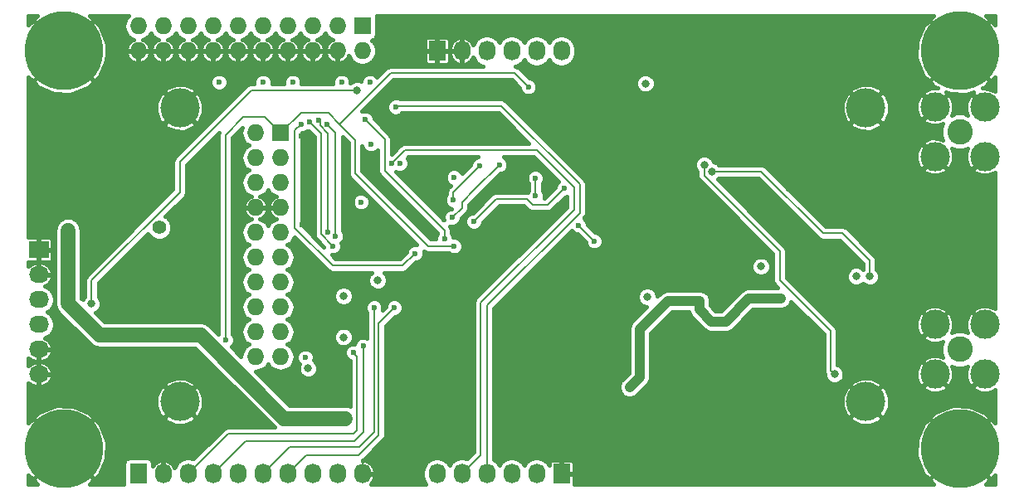
<source format=gbr>
G04 #@! TF.FileFunction,Copper,L1,Top,Signal*
%FSLAX46Y46*%
G04 Gerber Fmt 4.6, Leading zero omitted, Abs format (unit mm)*
G04 Created by KiCad (PCBNEW 4.0.3-stable) date 09/21/16 12:07:46*
%MOMM*%
%LPD*%
G01*
G04 APERTURE LIST*
%ADD10C,0.100000*%
%ADD11R,2.032000X1.727200*%
%ADD12O,2.032000X1.727200*%
%ADD13R,1.727200X2.032000*%
%ADD14O,1.727200X2.032000*%
%ADD15C,2.600000*%
%ADD16C,3.000000*%
%ADD17R,1.727200X1.727200*%
%ADD18O,1.727200X1.727200*%
%ADD19C,4.000000*%
%ADD20C,8.000000*%
%ADD21C,0.800000*%
%ADD22C,1.400000*%
%ADD23C,0.600000*%
%ADD24C,1.000000*%
%ADD25C,1.500000*%
%ADD26C,0.200000*%
%ADD27C,0.600000*%
%ADD28C,1.000000*%
%ADD29C,0.400000*%
G04 APERTURE END LIST*
D10*
D11*
X38100000Y-127000000D03*
D12*
X38100000Y-129540000D03*
X38100000Y-132080000D03*
X38100000Y-134620000D03*
X38100000Y-137160000D03*
X38100000Y-139700000D03*
D13*
X48260000Y-149860000D03*
D14*
X50800000Y-149860000D03*
X53340000Y-149860000D03*
X55880000Y-149860000D03*
X58420000Y-149860000D03*
X60960000Y-149860000D03*
X63500000Y-149860000D03*
X66040000Y-149860000D03*
X68580000Y-149860000D03*
X71120000Y-149860000D03*
D13*
X91440000Y-149860000D03*
D14*
X88900000Y-149860000D03*
X86360000Y-149860000D03*
X83820000Y-149860000D03*
X81280000Y-149860000D03*
X78740000Y-149860000D03*
D13*
X78740000Y-106680000D03*
D14*
X81280000Y-106680000D03*
X83820000Y-106680000D03*
X86360000Y-106680000D03*
X88900000Y-106680000D03*
X91440000Y-106680000D03*
D15*
X132080000Y-137160000D03*
D16*
X134620000Y-139700000D03*
X134620000Y-134620000D03*
X129540000Y-134620000D03*
X129540000Y-139700000D03*
D15*
X132080000Y-114935000D03*
D16*
X129540000Y-117475000D03*
X134620000Y-117475000D03*
X134620000Y-112395000D03*
X129540000Y-112395000D03*
D17*
X62770000Y-115070000D03*
D18*
X60230000Y-115070000D03*
X62770000Y-117610000D03*
X60230000Y-117610000D03*
X62770000Y-120150000D03*
X60230000Y-120150000D03*
X62770000Y-122690000D03*
X60230000Y-122690000D03*
X62770000Y-125230000D03*
X60230000Y-125230000D03*
X62770000Y-127770000D03*
X60230000Y-127770000D03*
X62770000Y-130310000D03*
X60230000Y-130310000D03*
X62770000Y-132850000D03*
X60230000Y-132850000D03*
X62770000Y-135390000D03*
X60230000Y-135390000D03*
X62770000Y-137930000D03*
X60230000Y-137930000D03*
D17*
X71120000Y-104140000D03*
D18*
X71120000Y-106680000D03*
X68580000Y-104140000D03*
X68580000Y-106680000D03*
X66040000Y-104140000D03*
X66040000Y-106680000D03*
X63500000Y-104140000D03*
X63500000Y-106680000D03*
X60960000Y-104140000D03*
X60960000Y-106680000D03*
X58420000Y-104140000D03*
X58420000Y-106680000D03*
X55880000Y-104140000D03*
X55880000Y-106680000D03*
X53340000Y-104140000D03*
X53340000Y-106680000D03*
X50800000Y-104140000D03*
X50800000Y-106680000D03*
X48260000Y-104140000D03*
X48260000Y-106680000D03*
D19*
X122500000Y-142500000D03*
X52500000Y-112500000D03*
X122500000Y-112500000D03*
X52500000Y-142500000D03*
D20*
X40640000Y-147320000D03*
X132080000Y-147320000D03*
X132080000Y-106680000D03*
X40640000Y-106680000D03*
D21*
X99500000Y-121400000D03*
X99500000Y-124600000D03*
X99500000Y-120100000D03*
X103700000Y-140400000D03*
X53800000Y-138050000D03*
X52500000Y-138000000D03*
X51250000Y-138000000D03*
X50000000Y-138000000D03*
X73500000Y-132400000D03*
X65600000Y-142400000D03*
X64900000Y-132600000D03*
D22*
X45400000Y-139700000D03*
D21*
X50000000Y-131700000D03*
D22*
X55700000Y-118300000D03*
X50400000Y-118300000D03*
X45100000Y-118300000D03*
X39800000Y-118300000D03*
D23*
X66000000Y-134300000D03*
X85300000Y-122600000D03*
X85300000Y-119600000D03*
X66200000Y-124100000D03*
X66200000Y-122100000D03*
X65000000Y-124400000D03*
X64900000Y-115400000D03*
X69200000Y-117100000D03*
X77500000Y-113300000D03*
X73500000Y-113300000D03*
X75000000Y-113300000D03*
X80600000Y-118700000D03*
X73000000Y-127600000D03*
X72500000Y-118100000D03*
X71000000Y-121100000D03*
D22*
X90300000Y-144300000D03*
X85300000Y-144300000D03*
X69500000Y-142300000D03*
X74700000Y-142300000D03*
D21*
X78100000Y-145900000D03*
X79400000Y-145900000D03*
X80600000Y-145900000D03*
X81900000Y-145900000D03*
X126700000Y-107000000D03*
X126700000Y-104600000D03*
X125100000Y-104600000D03*
X122000000Y-104600000D03*
X119100000Y-104600000D03*
X116000000Y-104600000D03*
X113100000Y-104600000D03*
X110000000Y-104600000D03*
X107100000Y-104600000D03*
X104000000Y-104600000D03*
X101100000Y-104600000D03*
X98000000Y-104600000D03*
X96400000Y-104600000D03*
X96400000Y-107000000D03*
X96400000Y-110100000D03*
X96400000Y-113000000D03*
X96400000Y-116100000D03*
X96400000Y-119000000D03*
X96400000Y-122100000D03*
X96400000Y-125000000D03*
X96400000Y-128100000D03*
X96400000Y-131000000D03*
X96400000Y-137000000D03*
X96400000Y-134100000D03*
X96400000Y-140100000D03*
X96400000Y-143000000D03*
X96300000Y-146100000D03*
X96300000Y-148500000D03*
X98000000Y-148500000D03*
X101100000Y-148400000D03*
X104000000Y-148400000D03*
X107100000Y-148400000D03*
X110000000Y-148400000D03*
X113100000Y-148400000D03*
X116000000Y-148400000D03*
X119100000Y-148400000D03*
X122000000Y-148400000D03*
X125100000Y-148500000D03*
X126700000Y-148500000D03*
X126700000Y-146100000D03*
X126700000Y-143000000D03*
X126700000Y-140100000D03*
X126700000Y-137000000D03*
X126700000Y-134100000D03*
X126700000Y-131000000D03*
X126700000Y-128100000D03*
X126700000Y-125000000D03*
X126700000Y-122100000D03*
X126700000Y-119000000D03*
X126700000Y-116100000D03*
X126700000Y-113000000D03*
X126700000Y-110100000D03*
X99500000Y-118500000D03*
X99500000Y-123000000D03*
X102800000Y-112500000D03*
X105000000Y-112500000D03*
X98700000Y-131800000D03*
X107700000Y-115700000D03*
X105500000Y-121900000D03*
X104700000Y-121100000D03*
X106300000Y-121100000D03*
X106300000Y-122700000D03*
X104700000Y-122700000D03*
X107600000Y-132900000D03*
X107400000Y-131300000D03*
X109200000Y-116600000D03*
X114200000Y-124100000D03*
X114200000Y-122600000D03*
X103500000Y-126000000D03*
X108700000Y-129800000D03*
X108700000Y-128300000D03*
X108700000Y-126800000D03*
X108700000Y-125300000D03*
X94100000Y-147000000D03*
X102900000Y-133600000D03*
X102900000Y-135100000D03*
X102900000Y-136600000D03*
X111300000Y-136400000D03*
X111300000Y-134900000D03*
X111300000Y-133400000D03*
X110200000Y-137300000D03*
X108782500Y-140137500D03*
X108782500Y-139262500D03*
X109657500Y-140137500D03*
X109657500Y-139262500D03*
X114700000Y-139600000D03*
X114700000Y-141100000D03*
X103700000Y-138800000D03*
X101500000Y-145200000D03*
X103000000Y-145200000D03*
X104500000Y-145200000D03*
X109000000Y-146800000D03*
X111200000Y-146800000D03*
X114200000Y-146800000D03*
X116300000Y-146800000D03*
X118400000Y-142000000D03*
X118400000Y-132900000D03*
X122500000Y-125900000D03*
X120200000Y-129500000D03*
X120300000Y-126700000D03*
X117900000Y-129500000D03*
X117900000Y-126700000D03*
X119100000Y-129500000D03*
X119100000Y-126700000D03*
X115000000Y-128100000D03*
X113600000Y-116500000D03*
X114700000Y-115300000D03*
X117500000Y-115300000D03*
X118600000Y-116500000D03*
X113600000Y-119500000D03*
X114700000Y-120700000D03*
X118600000Y-119200000D03*
X117700000Y-120800000D03*
X119300000Y-120900000D03*
X115100000Y-137500000D03*
X124900000Y-134400000D03*
X123400000Y-134400000D03*
X120600000Y-134400000D03*
X65600000Y-139100000D03*
D22*
X50400000Y-124700000D03*
D23*
X65300000Y-138000000D03*
D21*
X69200000Y-135900000D03*
X100000000Y-110000000D03*
X111800000Y-128700000D03*
X100200000Y-131800000D03*
X121500000Y-129700000D03*
X43500000Y-132500000D03*
X70600000Y-110700000D03*
D22*
X69400000Y-144200000D03*
X44300000Y-135700000D03*
X41100000Y-125000000D03*
D24*
X113800000Y-132000000D03*
X98400000Y-141000000D03*
X105500000Y-132200000D03*
D21*
X72700000Y-130100000D03*
D23*
X56500000Y-109900000D03*
X61000000Y-109900000D03*
X64000000Y-109900000D03*
X69000000Y-109900000D03*
X71900000Y-109900000D03*
X80500000Y-119600000D03*
X75000000Y-118200000D03*
X72000000Y-116200000D03*
X71000000Y-122100000D03*
D21*
X69200000Y-131700000D03*
X119300000Y-139700000D03*
X106000000Y-118300000D03*
X106800000Y-119000000D03*
X122900000Y-129700000D03*
D23*
X74500000Y-112400000D03*
X74150000Y-118200000D03*
X94800000Y-126100000D03*
X93200000Y-124500000D03*
X88800000Y-121500000D03*
X88800000Y-119650000D03*
X80400000Y-121900000D03*
X83100000Y-118400000D03*
X91700000Y-120700000D03*
X82500000Y-124100000D03*
X80300000Y-123700000D03*
X85100000Y-118300000D03*
X57200000Y-136200000D03*
X88050000Y-110350000D03*
X80500000Y-126600000D03*
X71400000Y-113700000D03*
X79500000Y-125850000D03*
X71200000Y-136800000D03*
X76500000Y-127350000D03*
X64900000Y-114150000D03*
X70200000Y-137500000D03*
X74400000Y-132900000D03*
X72300000Y-132900000D03*
X65700000Y-113950000D03*
X68100000Y-126600000D03*
X67500000Y-114150000D03*
X68400000Y-125600000D03*
X67600000Y-125200000D03*
X66700000Y-113800000D03*
D25*
X50400000Y-118300000D02*
X50400000Y-118200000D01*
X39800000Y-118300000D02*
X39800000Y-118200000D01*
D26*
X126700000Y-107000000D02*
X126690000Y-107010000D01*
X126700000Y-104600000D02*
X126690000Y-104610000D01*
X125100000Y-104600000D02*
X125090000Y-104610000D01*
X121965000Y-104560000D02*
X122000000Y-104595000D01*
X122000000Y-104595000D02*
X122000000Y-104600000D01*
X119065000Y-104560000D02*
X119100000Y-104595000D01*
X119100000Y-104595000D02*
X119100000Y-104600000D01*
X115965000Y-104560000D02*
X116000000Y-104595000D01*
X116000000Y-104595000D02*
X116000000Y-104600000D01*
X113065000Y-104560000D02*
X113100000Y-104595000D01*
X113100000Y-104595000D02*
X113100000Y-104600000D01*
X109965000Y-104560000D02*
X110000000Y-104595000D01*
X110000000Y-104595000D02*
X110000000Y-104600000D01*
X107065000Y-104560000D02*
X107100000Y-104595000D01*
X107100000Y-104595000D02*
X107100000Y-104600000D01*
X103965000Y-104560000D02*
X104000000Y-104595000D01*
X104000000Y-104595000D02*
X104000000Y-104600000D01*
X101065000Y-104560000D02*
X101100000Y-104595000D01*
X101100000Y-104595000D02*
X101100000Y-104600000D01*
X98040000Y-104610000D02*
X98030000Y-104600000D01*
X98030000Y-104600000D02*
X98000000Y-104600000D01*
X96340000Y-104610000D02*
X96350000Y-104600000D01*
X96350000Y-104600000D02*
X96400000Y-104600000D01*
X96340000Y-107010000D02*
X96350000Y-107000000D01*
X96350000Y-107000000D02*
X96400000Y-107000000D01*
X96415000Y-110060000D02*
X96400000Y-110075000D01*
X96400000Y-110075000D02*
X96400000Y-110100000D01*
X96415000Y-112960000D02*
X96400000Y-112975000D01*
X96400000Y-112975000D02*
X96400000Y-113000000D01*
X96415000Y-116060000D02*
X96400000Y-116075000D01*
X96400000Y-116075000D02*
X96400000Y-116100000D01*
X96415000Y-118960000D02*
X96400000Y-118975000D01*
X96400000Y-118975000D02*
X96400000Y-119000000D01*
X96415000Y-122060000D02*
X96400000Y-122075000D01*
X96400000Y-122075000D02*
X96400000Y-122100000D01*
X96415000Y-124960000D02*
X96400000Y-124975000D01*
X96400000Y-124975000D02*
X96400000Y-125000000D01*
X96415000Y-128060000D02*
X96400000Y-128075000D01*
X96400000Y-128075000D02*
X96400000Y-128100000D01*
X96415000Y-130960000D02*
X96400000Y-130975000D01*
X96400000Y-130975000D02*
X96400000Y-131000000D01*
X96415000Y-136960000D02*
X96400000Y-136975000D01*
X96400000Y-136975000D02*
X96400000Y-137000000D01*
X96415000Y-134060000D02*
X96400000Y-134075000D01*
X96400000Y-134075000D02*
X96400000Y-134100000D01*
X96415000Y-140060000D02*
X96400000Y-140075000D01*
X96400000Y-140075000D02*
X96400000Y-140100000D01*
X96415000Y-142960000D02*
X96400000Y-142975000D01*
X96400000Y-142975000D02*
X96400000Y-143000000D01*
X96340000Y-146110000D02*
X96330000Y-146100000D01*
X96330000Y-146100000D02*
X96300000Y-146100000D01*
X96340000Y-148510000D02*
X96330000Y-148500000D01*
X96330000Y-148500000D02*
X96300000Y-148500000D01*
X98040000Y-148510000D02*
X98030000Y-148500000D01*
X98030000Y-148500000D02*
X98000000Y-148500000D01*
X101065000Y-148360000D02*
X101100000Y-148395000D01*
X101100000Y-148395000D02*
X101100000Y-148400000D01*
X103965000Y-148360000D02*
X104000000Y-148395000D01*
X104000000Y-148395000D02*
X104000000Y-148400000D01*
X107065000Y-148360000D02*
X107100000Y-148395000D01*
X107100000Y-148395000D02*
X107100000Y-148400000D01*
X109965000Y-148360000D02*
X110000000Y-148395000D01*
X110000000Y-148395000D02*
X110000000Y-148400000D01*
X113065000Y-148360000D02*
X113100000Y-148395000D01*
X113100000Y-148395000D02*
X113100000Y-148400000D01*
X115965000Y-148360000D02*
X116000000Y-148395000D01*
X116000000Y-148395000D02*
X116000000Y-148400000D01*
X119065000Y-148360000D02*
X119100000Y-148395000D01*
X119100000Y-148395000D02*
X119100000Y-148400000D01*
X121965000Y-148360000D02*
X122000000Y-148395000D01*
X122000000Y-148395000D02*
X122000000Y-148400000D01*
X125100000Y-148500000D02*
X125090000Y-148510000D01*
X126700000Y-148500000D02*
X126690000Y-148510000D01*
X126700000Y-146100000D02*
X126690000Y-146110000D01*
X126715000Y-142960000D02*
X126700000Y-142975000D01*
X126700000Y-142975000D02*
X126700000Y-143000000D01*
X126715000Y-140060000D02*
X126700000Y-140075000D01*
X126700000Y-140075000D02*
X126700000Y-140100000D01*
X126715000Y-136960000D02*
X126700000Y-136975000D01*
X126700000Y-136975000D02*
X126700000Y-137000000D01*
X126715000Y-134060000D02*
X126700000Y-134075000D01*
X126700000Y-134075000D02*
X126700000Y-134100000D01*
X126715000Y-130960000D02*
X126700000Y-130975000D01*
X126700000Y-130975000D02*
X126700000Y-131000000D01*
X126715000Y-128060000D02*
X126700000Y-128075000D01*
X126700000Y-128075000D02*
X126700000Y-128100000D01*
X126715000Y-124960000D02*
X126700000Y-124975000D01*
X126700000Y-124975000D02*
X126700000Y-125000000D01*
X126715000Y-122060000D02*
X126700000Y-122075000D01*
X126700000Y-122075000D02*
X126700000Y-122100000D01*
X126715000Y-118960000D02*
X126700000Y-118975000D01*
X126700000Y-118975000D02*
X126700000Y-119000000D01*
X126715000Y-116060000D02*
X126700000Y-116075000D01*
X126700000Y-116075000D02*
X126700000Y-116100000D01*
X126715000Y-112960000D02*
X126700000Y-112975000D01*
X126700000Y-112975000D02*
X126700000Y-113000000D01*
X126715000Y-110060000D02*
X126700000Y-110075000D01*
X126700000Y-110075000D02*
X126700000Y-110100000D01*
D27*
X105000000Y-112500000D02*
X105100000Y-112500000D01*
D26*
X105500000Y-121900000D02*
X105600000Y-122000000D01*
X104700000Y-121100000D02*
X104725000Y-121125000D01*
X106300000Y-121100000D02*
X106275000Y-121125000D01*
X106300000Y-122700000D02*
X106275000Y-122675000D01*
X104700000Y-122700000D02*
X104725000Y-122675000D01*
D27*
X109200000Y-116600000D02*
X109200000Y-116700000D01*
X111300000Y-133400000D02*
X111400000Y-133400000D01*
D26*
X108800000Y-140100000D02*
X108800000Y-140120000D01*
X108800000Y-140120000D02*
X108782500Y-140137500D01*
X108800000Y-139280000D02*
X108800000Y-139300000D01*
X108782500Y-139262500D02*
X108800000Y-139280000D01*
X109600000Y-140195000D02*
X109600000Y-140200000D01*
X109657500Y-140137500D02*
X109600000Y-140195000D01*
X109695000Y-139300000D02*
X109700000Y-139300000D01*
X109657500Y-139262500D02*
X109695000Y-139300000D01*
D27*
X114700000Y-139600000D02*
X114800000Y-139600000D01*
X103700000Y-138800000D02*
X103700000Y-138900000D01*
X120200000Y-129500000D02*
X120300000Y-129500000D01*
X119100000Y-129500000D02*
X119200000Y-129500000D01*
X113600000Y-116500000D02*
X113700000Y-116600000D01*
D26*
X43500000Y-130100000D02*
X43500000Y-132500000D01*
X52500000Y-121100000D02*
X43500000Y-130100000D01*
X52500000Y-118000000D02*
X52500000Y-121100000D01*
X59800000Y-110700000D02*
X52500000Y-118000000D01*
X70600000Y-110700000D02*
X59800000Y-110700000D01*
D25*
X54650000Y-135700000D02*
X44300000Y-135700000D01*
X63150000Y-144200000D02*
X54650000Y-135700000D01*
X69400000Y-144200000D02*
X63150000Y-144200000D01*
X44300000Y-135700000D02*
X41100000Y-132500000D01*
X41100000Y-132500000D02*
X41100000Y-125000000D01*
D28*
X105500000Y-133100000D02*
X105500000Y-132200000D01*
X106700000Y-134300000D02*
X105500000Y-133100000D01*
X108200000Y-134300000D02*
X106700000Y-134300000D01*
X110500000Y-132000000D02*
X108200000Y-134300000D01*
X113800000Y-132000000D02*
X110500000Y-132000000D01*
X105500000Y-132200000D02*
X102300000Y-132200000D01*
X99400000Y-140000000D02*
X98400000Y-141000000D01*
X99400000Y-135100000D02*
X99400000Y-140000000D01*
X102300000Y-132200000D02*
X99400000Y-135100000D01*
D26*
X118900000Y-139300000D02*
X119300000Y-139700000D01*
X118900000Y-135300000D02*
X118900000Y-139300000D01*
X113700000Y-130100000D02*
X118900000Y-135300000D01*
X113700000Y-130000000D02*
X113700000Y-130100000D01*
X113700000Y-129900000D02*
X113700000Y-130000000D01*
X113700000Y-127100000D02*
X113700000Y-129900000D01*
X106000000Y-119400000D02*
X113700000Y-127100000D01*
X106000000Y-119300000D02*
X106000000Y-119400000D01*
X106000000Y-118300000D02*
X106000000Y-119300000D01*
X106800000Y-119000000D02*
X111800000Y-119000000D01*
X111800000Y-119000000D02*
X118100000Y-125300000D01*
X118100000Y-125300000D02*
X120100000Y-125300000D01*
X120100000Y-125300000D02*
X122900000Y-128100000D01*
X122900000Y-128100000D02*
X122900000Y-129700000D01*
X83820000Y-149860000D02*
X83820000Y-132680000D01*
X74600000Y-112300000D02*
X74500000Y-112400000D01*
X85300000Y-112300000D02*
X74600000Y-112300000D01*
X93300000Y-120300000D02*
X85300000Y-112300000D01*
X93300000Y-123200000D02*
X93300000Y-120300000D01*
X83820000Y-132680000D02*
X93300000Y-123200000D01*
X74150000Y-118200000D02*
X75500000Y-116800000D01*
X75500000Y-116800000D02*
X88900000Y-116800000D01*
X88900000Y-116800000D02*
X92700000Y-120600000D01*
X92700000Y-120600000D02*
X92700000Y-122900000D01*
X92700000Y-122900000D02*
X83200000Y-132400000D01*
X83200000Y-132400000D02*
X83200000Y-147940000D01*
X83200000Y-147940000D02*
X81280000Y-149860000D01*
X94800000Y-126100000D02*
X93200000Y-124500000D01*
X88800000Y-121500000D02*
X88800000Y-119650000D01*
X80400000Y-121900000D02*
X80400000Y-121100000D01*
X80400000Y-121100000D02*
X83100000Y-118400000D01*
X90000000Y-122400000D02*
X91700000Y-120700000D01*
X88500000Y-122400000D02*
X90000000Y-122400000D01*
X87900000Y-121800000D02*
X88500000Y-122400000D01*
X84800000Y-121800000D02*
X87900000Y-121800000D01*
X84200000Y-122400000D02*
X84800000Y-121800000D01*
X82500000Y-124100000D02*
X84200000Y-122400000D01*
X81300000Y-122700000D02*
X80300000Y-123700000D01*
X81300000Y-122100000D02*
X81300000Y-122700000D01*
X82600000Y-120800000D02*
X81300000Y-122100000D01*
X85100000Y-118300000D02*
X82600000Y-120800000D01*
X57200000Y-136200000D02*
X57150000Y-136150000D01*
X57150000Y-136150000D02*
X57150000Y-115250000D01*
X57150000Y-115250000D02*
X58950000Y-113450000D01*
X58950000Y-113450000D02*
X61150000Y-113450000D01*
X61150000Y-113450000D02*
X62770000Y-115070000D01*
X74000000Y-108950000D02*
X68800000Y-114150000D01*
X86650000Y-108950000D02*
X74000000Y-108950000D01*
X88050000Y-110350000D02*
X86650000Y-108950000D01*
X62770000Y-115070000D02*
X62780000Y-115070000D01*
X62780000Y-115070000D02*
X64850000Y-113000000D01*
X64850000Y-113000000D02*
X67650000Y-113000000D01*
X67650000Y-113000000D02*
X68800000Y-114150000D01*
X68800000Y-114150000D02*
X70400000Y-115750000D01*
X70400000Y-115750000D02*
X70400000Y-119200000D01*
X70400000Y-119200000D02*
X77800000Y-126600000D01*
X77800000Y-126600000D02*
X80500000Y-126600000D01*
X79500000Y-125850000D02*
X79500000Y-125000000D01*
X71400000Y-113700000D02*
X73400000Y-115700000D01*
X73400000Y-115700000D02*
X73400000Y-118900000D01*
X79500000Y-125000000D02*
X73400000Y-118900000D01*
X79400000Y-125850000D02*
X79500000Y-125850000D01*
X59240000Y-146500000D02*
X55880000Y-149860000D01*
X70300000Y-146500000D02*
X59240000Y-146500000D01*
X71200000Y-145600000D02*
X70300000Y-146500000D01*
X71200000Y-144100000D02*
X71200000Y-145600000D01*
X71200000Y-136800000D02*
X71200000Y-144100000D01*
X68950000Y-128600000D02*
X68100000Y-128600000D01*
X75250000Y-128600000D02*
X76500000Y-127350000D01*
X68950000Y-128600000D02*
X75250000Y-128600000D01*
X64250000Y-114800000D02*
X64900000Y-114150000D01*
X64250000Y-124750000D02*
X64250000Y-114800000D01*
X68100000Y-128600000D02*
X64250000Y-124750000D01*
X57400000Y-145800000D02*
X53340000Y-149860000D01*
X70200000Y-145800000D02*
X57400000Y-145800000D01*
X70600000Y-145400000D02*
X70200000Y-145800000D01*
X70600000Y-137900000D02*
X70600000Y-145400000D01*
X70500000Y-137800000D02*
X70600000Y-137900000D01*
X70200000Y-137500000D02*
X70500000Y-137800000D01*
X65360000Y-148000000D02*
X63500000Y-149860000D01*
X70700000Y-148000000D02*
X65360000Y-148000000D01*
X72800000Y-145900000D02*
X70700000Y-148000000D01*
X72800000Y-134500000D02*
X72800000Y-145900000D01*
X74400000Y-132900000D02*
X72800000Y-134500000D01*
X60960000Y-149860000D02*
X60960000Y-149840000D01*
X60960000Y-149840000D02*
X63700000Y-147100000D01*
X63700000Y-147100000D02*
X70800000Y-147100000D01*
X70800000Y-147100000D02*
X72300000Y-145600000D01*
X72300000Y-145600000D02*
X72300000Y-132900000D01*
X66900000Y-115150000D02*
X65700000Y-113950000D01*
X66900000Y-125400000D02*
X66900000Y-115150000D01*
X68100000Y-126600000D02*
X66900000Y-125400000D01*
X68400000Y-115800000D02*
X68400000Y-115050000D01*
X68400000Y-115050000D02*
X67500000Y-114150000D01*
X67500000Y-114150000D02*
X67500000Y-114300000D01*
X68400000Y-117650000D02*
X68400000Y-125600000D01*
X68400000Y-117650000D02*
X68400000Y-115800000D01*
X68400000Y-115800000D02*
X68400000Y-115700000D01*
X67600000Y-115100000D02*
X67600000Y-125200000D01*
X66800000Y-114300000D02*
X67600000Y-115100000D01*
X66800000Y-113900000D02*
X66800000Y-114300000D01*
X66700000Y-113800000D02*
X66800000Y-113900000D01*
D29*
G36*
X37574044Y-103543334D02*
X40640000Y-106609289D01*
X43705956Y-103543334D01*
X43280020Y-103070000D01*
X47234665Y-103070000D01*
X47225079Y-103076405D01*
X46907810Y-103551231D01*
X46796400Y-104111326D01*
X46796400Y-104168674D01*
X46907810Y-104728769D01*
X47225079Y-105203595D01*
X47699905Y-105520864D01*
X47780834Y-105536962D01*
X47558304Y-105629134D01*
X47209569Y-105977654D01*
X47020752Y-106433099D01*
X47097385Y-106630000D01*
X48210000Y-106630000D01*
X48210000Y-106610000D01*
X48310000Y-106610000D01*
X48310000Y-106630000D01*
X49422615Y-106630000D01*
X49499248Y-106433099D01*
X49310431Y-105977654D01*
X48961696Y-105629134D01*
X48739166Y-105536962D01*
X48820095Y-105520864D01*
X49294921Y-105203595D01*
X49530000Y-104851775D01*
X49765079Y-105203595D01*
X50239905Y-105520864D01*
X50320834Y-105536962D01*
X50098304Y-105629134D01*
X49749569Y-105977654D01*
X49560752Y-106433099D01*
X49637385Y-106630000D01*
X50750000Y-106630000D01*
X50750000Y-106610000D01*
X50850000Y-106610000D01*
X50850000Y-106630000D01*
X51962615Y-106630000D01*
X52039248Y-106433099D01*
X51850431Y-105977654D01*
X51501696Y-105629134D01*
X51279166Y-105536962D01*
X51360095Y-105520864D01*
X51834921Y-105203595D01*
X52070000Y-104851775D01*
X52305079Y-105203595D01*
X52779905Y-105520864D01*
X52860834Y-105536962D01*
X52638304Y-105629134D01*
X52289569Y-105977654D01*
X52100752Y-106433099D01*
X52177385Y-106630000D01*
X53290000Y-106630000D01*
X53290000Y-106610000D01*
X53390000Y-106610000D01*
X53390000Y-106630000D01*
X54502615Y-106630000D01*
X54579248Y-106433099D01*
X54390431Y-105977654D01*
X54041696Y-105629134D01*
X53819166Y-105536962D01*
X53900095Y-105520864D01*
X54374921Y-105203595D01*
X54610000Y-104851775D01*
X54845079Y-105203595D01*
X55319905Y-105520864D01*
X55400834Y-105536962D01*
X55178304Y-105629134D01*
X54829569Y-105977654D01*
X54640752Y-106433099D01*
X54717385Y-106630000D01*
X55830000Y-106630000D01*
X55830000Y-106610000D01*
X55930000Y-106610000D01*
X55930000Y-106630000D01*
X57042615Y-106630000D01*
X57119248Y-106433099D01*
X56930431Y-105977654D01*
X56581696Y-105629134D01*
X56359166Y-105536962D01*
X56440095Y-105520864D01*
X56914921Y-105203595D01*
X57150000Y-104851775D01*
X57385079Y-105203595D01*
X57859905Y-105520864D01*
X57940834Y-105536962D01*
X57718304Y-105629134D01*
X57369569Y-105977654D01*
X57180752Y-106433099D01*
X57257385Y-106630000D01*
X58370000Y-106630000D01*
X58370000Y-106610000D01*
X58470000Y-106610000D01*
X58470000Y-106630000D01*
X59582615Y-106630000D01*
X59659248Y-106433099D01*
X59470431Y-105977654D01*
X59121696Y-105629134D01*
X58899166Y-105536962D01*
X58980095Y-105520864D01*
X59454921Y-105203595D01*
X59690000Y-104851775D01*
X59925079Y-105203595D01*
X60399905Y-105520864D01*
X60480834Y-105536962D01*
X60258304Y-105629134D01*
X59909569Y-105977654D01*
X59720752Y-106433099D01*
X59797385Y-106630000D01*
X60910000Y-106630000D01*
X60910000Y-106610000D01*
X61010000Y-106610000D01*
X61010000Y-106630000D01*
X62122615Y-106630000D01*
X62199248Y-106433099D01*
X62010431Y-105977654D01*
X61661696Y-105629134D01*
X61439166Y-105536962D01*
X61520095Y-105520864D01*
X61994921Y-105203595D01*
X62230000Y-104851775D01*
X62465079Y-105203595D01*
X62939905Y-105520864D01*
X63020834Y-105536962D01*
X62798304Y-105629134D01*
X62449569Y-105977654D01*
X62260752Y-106433099D01*
X62337385Y-106630000D01*
X63450000Y-106630000D01*
X63450000Y-106610000D01*
X63550000Y-106610000D01*
X63550000Y-106630000D01*
X64662615Y-106630000D01*
X64739248Y-106433099D01*
X64550431Y-105977654D01*
X64201696Y-105629134D01*
X63979166Y-105536962D01*
X64060095Y-105520864D01*
X64534921Y-105203595D01*
X64770000Y-104851775D01*
X65005079Y-105203595D01*
X65479905Y-105520864D01*
X65560834Y-105536962D01*
X65338304Y-105629134D01*
X64989569Y-105977654D01*
X64800752Y-106433099D01*
X64877385Y-106630000D01*
X65990000Y-106630000D01*
X65990000Y-106610000D01*
X66090000Y-106610000D01*
X66090000Y-106630000D01*
X67202615Y-106630000D01*
X67279248Y-106433099D01*
X67090431Y-105977654D01*
X66741696Y-105629134D01*
X66519166Y-105536962D01*
X66600095Y-105520864D01*
X67074921Y-105203595D01*
X67310000Y-104851775D01*
X67545079Y-105203595D01*
X68019905Y-105520864D01*
X68100834Y-105536962D01*
X67878304Y-105629134D01*
X67529569Y-105977654D01*
X67340752Y-106433099D01*
X67417385Y-106630000D01*
X68530000Y-106630000D01*
X68530000Y-106610000D01*
X68630000Y-106610000D01*
X68630000Y-106630000D01*
X68650000Y-106630000D01*
X68650000Y-106730000D01*
X68630000Y-106730000D01*
X68630000Y-107842525D01*
X68826900Y-107919243D01*
X69281696Y-107730866D01*
X69630431Y-107382346D01*
X69738534Y-107121590D01*
X69767810Y-107268769D01*
X70085079Y-107743595D01*
X70559905Y-108060864D01*
X71120000Y-108172274D01*
X71680095Y-108060864D01*
X72154921Y-107743595D01*
X72472190Y-107268769D01*
X72559466Y-106830000D01*
X77476400Y-106830000D01*
X77476400Y-107775565D01*
X77537296Y-107922582D01*
X77649818Y-108035104D01*
X77796835Y-108096000D01*
X78590000Y-108096000D01*
X78690000Y-107996000D01*
X78690000Y-106730000D01*
X78790000Y-106730000D01*
X78790000Y-107996000D01*
X78890000Y-108096000D01*
X79683165Y-108096000D01*
X79830182Y-108035104D01*
X79942704Y-107922582D01*
X80003600Y-107775565D01*
X80003600Y-106830000D01*
X79903600Y-106730000D01*
X80016400Y-106730000D01*
X80016400Y-106882400D01*
X80131720Y-107362153D01*
X80421855Y-107761256D01*
X80842635Y-108018949D01*
X81033100Y-108071643D01*
X81230000Y-107994925D01*
X81230000Y-106730000D01*
X80016400Y-106730000D01*
X79903600Y-106730000D01*
X78790000Y-106730000D01*
X78690000Y-106730000D01*
X77576400Y-106730000D01*
X77476400Y-106830000D01*
X72559466Y-106830000D01*
X72583600Y-106708674D01*
X72583600Y-106651326D01*
X72472190Y-106091231D01*
X72154921Y-105616405D01*
X72116050Y-105590432D01*
X72147921Y-105584435D01*
X77476400Y-105584435D01*
X77476400Y-106530000D01*
X77576400Y-106630000D01*
X78690000Y-106630000D01*
X78690000Y-105364000D01*
X78790000Y-105364000D01*
X78790000Y-106630000D01*
X79903600Y-106630000D01*
X80003600Y-106530000D01*
X80003600Y-106477600D01*
X80016400Y-106477600D01*
X80016400Y-106630000D01*
X81230000Y-106630000D01*
X81230000Y-105365075D01*
X81033100Y-105288357D01*
X80842635Y-105341051D01*
X80421855Y-105598744D01*
X80131720Y-105997847D01*
X80016400Y-106477600D01*
X80003600Y-106477600D01*
X80003600Y-105584435D01*
X79942704Y-105437418D01*
X79830182Y-105324896D01*
X79683165Y-105264000D01*
X78890000Y-105264000D01*
X78790000Y-105364000D01*
X78690000Y-105364000D01*
X78590000Y-105264000D01*
X77796835Y-105264000D01*
X77649818Y-105324896D01*
X77537296Y-105437418D01*
X77476400Y-105584435D01*
X72147921Y-105584435D01*
X72205946Y-105573517D01*
X72410158Y-105442110D01*
X72547156Y-105241607D01*
X72595354Y-105003600D01*
X72595354Y-103276400D01*
X72556517Y-103070000D01*
X129439980Y-103070000D01*
X129014044Y-103543334D01*
X132080000Y-106609289D01*
X135145956Y-103543334D01*
X134720020Y-103070000D01*
X135690000Y-103070000D01*
X135690000Y-104039980D01*
X135216666Y-103614044D01*
X132150711Y-106680000D01*
X135216666Y-109745956D01*
X135690000Y-109320020D01*
X135690000Y-110786912D01*
X135023467Y-110500258D01*
X134431057Y-110492286D01*
X134466520Y-110478752D01*
X134676308Y-110338576D01*
X135145956Y-109816666D01*
X132080000Y-106750711D01*
X129014044Y-109816666D01*
X129483692Y-110338576D01*
X129841889Y-110498891D01*
X129187668Y-110490087D01*
X128485509Y-110769921D01*
X128442159Y-110798886D01*
X128276724Y-111061013D01*
X129540000Y-112324289D01*
X130803276Y-111061013D01*
X130687310Y-110877268D01*
X131081401Y-111053648D01*
X132831137Y-111102871D01*
X133488682Y-110851929D01*
X133356724Y-111061013D01*
X134620000Y-112324289D01*
X134634142Y-112310147D01*
X134704853Y-112380858D01*
X134690711Y-112395000D01*
X134704853Y-112409142D01*
X134634142Y-112479853D01*
X134620000Y-112465711D01*
X134605858Y-112479853D01*
X134535147Y-112409142D01*
X134549289Y-112395000D01*
X133286013Y-111131724D01*
X133023886Y-111297159D01*
X132725258Y-111991533D01*
X132715087Y-112747332D01*
X132903290Y-113219571D01*
X132459591Y-113035331D01*
X131703725Y-113034671D01*
X131253078Y-113220874D01*
X131434742Y-112798467D01*
X131444913Y-112042668D01*
X131165079Y-111340509D01*
X131136114Y-111297159D01*
X130873987Y-111131724D01*
X129610711Y-112395000D01*
X129624853Y-112409142D01*
X129554142Y-112479853D01*
X129540000Y-112465711D01*
X128276724Y-113728987D01*
X128442159Y-113991114D01*
X129136533Y-114289742D01*
X129892332Y-114299913D01*
X130364571Y-114111710D01*
X130180331Y-114555409D01*
X130179671Y-115311275D01*
X130365874Y-115761922D01*
X129943467Y-115580258D01*
X129187668Y-115570087D01*
X128485509Y-115849921D01*
X128442159Y-115878886D01*
X128276724Y-116141013D01*
X129540000Y-117404289D01*
X129554142Y-117390147D01*
X129624853Y-117460858D01*
X129610711Y-117475000D01*
X130873987Y-118738276D01*
X131136114Y-118572841D01*
X131434742Y-117878467D01*
X131444913Y-117122668D01*
X131256710Y-116650429D01*
X131700409Y-116834669D01*
X132456275Y-116835329D01*
X132906922Y-116649126D01*
X132725258Y-117071533D01*
X132715087Y-117827332D01*
X132994921Y-118529491D01*
X133023886Y-118572841D01*
X133286013Y-118738276D01*
X134549289Y-117475000D01*
X134535147Y-117460858D01*
X134605858Y-117390147D01*
X134620000Y-117404289D01*
X134634142Y-117390147D01*
X134704853Y-117460858D01*
X134690711Y-117475000D01*
X134704853Y-117489142D01*
X134634142Y-117559853D01*
X134620000Y-117545711D01*
X133356724Y-118808987D01*
X133522159Y-119071114D01*
X134216533Y-119369742D01*
X134972332Y-119379913D01*
X135674491Y-119100079D01*
X135690000Y-119089716D01*
X135690000Y-133011912D01*
X135023467Y-132725258D01*
X134267668Y-132715087D01*
X133565509Y-132994921D01*
X133522159Y-133023886D01*
X133356724Y-133286013D01*
X134620000Y-134549289D01*
X134634142Y-134535147D01*
X134704853Y-134605858D01*
X134690711Y-134620000D01*
X134704853Y-134634142D01*
X134634142Y-134704853D01*
X134620000Y-134690711D01*
X134605858Y-134704853D01*
X134535147Y-134634142D01*
X134549289Y-134620000D01*
X133286013Y-133356724D01*
X133023886Y-133522159D01*
X132725258Y-134216533D01*
X132715087Y-134972332D01*
X132903290Y-135444571D01*
X132459591Y-135260331D01*
X131703725Y-135259671D01*
X131253078Y-135445874D01*
X131434742Y-135023467D01*
X131444913Y-134267668D01*
X131165079Y-133565509D01*
X131136114Y-133522159D01*
X130873987Y-133356724D01*
X129610711Y-134620000D01*
X129624853Y-134634142D01*
X129554142Y-134704853D01*
X129540000Y-134690711D01*
X128276724Y-135953987D01*
X128442159Y-136216114D01*
X129136533Y-136514742D01*
X129892332Y-136524913D01*
X130364571Y-136336710D01*
X130180331Y-136780409D01*
X130179671Y-137536275D01*
X130365874Y-137986922D01*
X129943467Y-137805258D01*
X129187668Y-137795087D01*
X128485509Y-138074921D01*
X128442159Y-138103886D01*
X128276724Y-138366013D01*
X129540000Y-139629289D01*
X129554142Y-139615147D01*
X129624853Y-139685858D01*
X129610711Y-139700000D01*
X130873987Y-140963276D01*
X131136114Y-140797841D01*
X131434742Y-140103467D01*
X131444913Y-139347668D01*
X131256710Y-138875429D01*
X131700409Y-139059669D01*
X132456275Y-139060329D01*
X132906922Y-138874126D01*
X132725258Y-139296533D01*
X132715087Y-140052332D01*
X132994921Y-140754491D01*
X133023886Y-140797841D01*
X133286013Y-140963276D01*
X134549289Y-139700000D01*
X134535147Y-139685858D01*
X134605858Y-139615147D01*
X134620000Y-139629289D01*
X134634142Y-139615147D01*
X134704853Y-139685858D01*
X134690711Y-139700000D01*
X134704853Y-139714142D01*
X134634142Y-139784853D01*
X134620000Y-139770711D01*
X133356724Y-141033987D01*
X133522159Y-141296114D01*
X134216533Y-141594742D01*
X134972332Y-141604913D01*
X135674491Y-141325079D01*
X135690000Y-141314716D01*
X135690000Y-144679980D01*
X135216666Y-144254044D01*
X132150711Y-147320000D01*
X135216666Y-150385956D01*
X135690000Y-149960020D01*
X135690000Y-150930000D01*
X134720020Y-150930000D01*
X135145956Y-150456666D01*
X132080000Y-147390711D01*
X129014044Y-150456666D01*
X129439980Y-150930000D01*
X92703600Y-150930000D01*
X92703600Y-150010000D01*
X92603600Y-149910000D01*
X91490000Y-149910000D01*
X91490000Y-149930000D01*
X91390000Y-149930000D01*
X91390000Y-149910000D01*
X91370000Y-149910000D01*
X91370000Y-149810000D01*
X91390000Y-149810000D01*
X91390000Y-148544000D01*
X91490000Y-148544000D01*
X91490000Y-149810000D01*
X92603600Y-149810000D01*
X92703600Y-149710000D01*
X92703600Y-148764435D01*
X92642704Y-148617418D01*
X92530182Y-148504896D01*
X92383165Y-148444000D01*
X91590000Y-148444000D01*
X91490000Y-148544000D01*
X91390000Y-148544000D01*
X91290000Y-148444000D01*
X90496835Y-148444000D01*
X90349818Y-148504896D01*
X90237296Y-148617418D01*
X90176400Y-148764435D01*
X90176400Y-149002418D01*
X89934921Y-148641020D01*
X89460095Y-148323751D01*
X88900000Y-148212341D01*
X88339905Y-148323751D01*
X87865079Y-148641020D01*
X87630000Y-148992840D01*
X87394921Y-148641020D01*
X86920095Y-148323751D01*
X86360000Y-148212341D01*
X85799905Y-148323751D01*
X85325079Y-148641020D01*
X85090000Y-148992840D01*
X84854921Y-148641020D01*
X84520000Y-148417233D01*
X84520000Y-148071137D01*
X127657129Y-148071137D01*
X128281248Y-149706520D01*
X128421424Y-149916308D01*
X128943334Y-150385956D01*
X132009289Y-147320000D01*
X128943334Y-144254044D01*
X128421424Y-144723692D01*
X127706352Y-146321401D01*
X127657129Y-148071137D01*
X84520000Y-148071137D01*
X84520000Y-144194572D01*
X120876139Y-144194572D01*
X121102430Y-144508656D01*
X121977493Y-144890583D01*
X122932103Y-144908566D01*
X123820929Y-144559866D01*
X123897570Y-144508656D01*
X124123861Y-144194572D01*
X124112623Y-144183334D01*
X129014044Y-144183334D01*
X132080000Y-147249289D01*
X135145956Y-144183334D01*
X134676308Y-143661424D01*
X133078599Y-142946352D01*
X131328863Y-142897129D01*
X129693480Y-143521248D01*
X129483692Y-143661424D01*
X129014044Y-144183334D01*
X124112623Y-144183334D01*
X122500000Y-142570711D01*
X120876139Y-144194572D01*
X84520000Y-144194572D01*
X84520000Y-142932103D01*
X120091434Y-142932103D01*
X120440134Y-143820929D01*
X120491344Y-143897570D01*
X120805428Y-144123861D01*
X122429289Y-142500000D01*
X122570711Y-142500000D01*
X124194572Y-144123861D01*
X124508656Y-143897570D01*
X124890583Y-143022507D01*
X124908566Y-142067897D01*
X124559866Y-141179071D01*
X124508656Y-141102430D01*
X124413660Y-141033987D01*
X128276724Y-141033987D01*
X128442159Y-141296114D01*
X129136533Y-141594742D01*
X129892332Y-141604913D01*
X130594491Y-141325079D01*
X130637841Y-141296114D01*
X130803276Y-141033987D01*
X129540000Y-139770711D01*
X128276724Y-141033987D01*
X124413660Y-141033987D01*
X124194572Y-140876139D01*
X122570711Y-142500000D01*
X122429289Y-142500000D01*
X120805428Y-140876139D01*
X120491344Y-141102430D01*
X120109417Y-141977493D01*
X120091434Y-142932103D01*
X84520000Y-142932103D01*
X84520000Y-141217844D01*
X97299810Y-141217844D01*
X97466922Y-141622286D01*
X97776087Y-141931991D01*
X98180237Y-142099808D01*
X98617844Y-142100190D01*
X99022286Y-141933078D01*
X99331991Y-141623913D01*
X99332183Y-141623452D01*
X100150207Y-140805428D01*
X120876139Y-140805428D01*
X122500000Y-142429289D01*
X124123861Y-140805428D01*
X123897570Y-140491344D01*
X123022507Y-140109417D01*
X122067897Y-140091434D01*
X121179071Y-140440134D01*
X121102430Y-140491344D01*
X120876139Y-140805428D01*
X100150207Y-140805428D01*
X100177818Y-140777817D01*
X100416268Y-140420951D01*
X100500000Y-140000000D01*
X100500000Y-135555634D01*
X102755635Y-133300000D01*
X104439783Y-133300000D01*
X104483733Y-133520952D01*
X104703596Y-133850000D01*
X104722183Y-133877817D01*
X105922182Y-135077817D01*
X106080164Y-135183377D01*
X106279048Y-135316267D01*
X106700000Y-135400000D01*
X108200000Y-135400000D01*
X108620952Y-135316267D01*
X108977817Y-135077817D01*
X110955635Y-133100000D01*
X113800001Y-133100000D01*
X114017844Y-133100190D01*
X114422286Y-132933078D01*
X114731991Y-132623913D01*
X114879271Y-132269221D01*
X118200000Y-135589949D01*
X118200000Y-139300000D01*
X118253284Y-139567879D01*
X118300054Y-139637875D01*
X118299827Y-139898040D01*
X118451747Y-140265714D01*
X118732806Y-140547264D01*
X119100215Y-140699826D01*
X119498040Y-140700173D01*
X119865714Y-140548253D01*
X120147264Y-140267194D01*
X120236482Y-140052332D01*
X127635087Y-140052332D01*
X127914921Y-140754491D01*
X127943886Y-140797841D01*
X128206013Y-140963276D01*
X129469289Y-139700000D01*
X128206013Y-138436724D01*
X127943886Y-138602159D01*
X127645258Y-139296533D01*
X127635087Y-140052332D01*
X120236482Y-140052332D01*
X120299826Y-139899785D01*
X120300173Y-139501960D01*
X120148253Y-139134286D01*
X119867194Y-138852736D01*
X119600000Y-138741787D01*
X119600000Y-135300005D01*
X119600001Y-135300000D01*
X119546716Y-135032121D01*
X119506766Y-134972332D01*
X127635087Y-134972332D01*
X127914921Y-135674491D01*
X127943886Y-135717841D01*
X128206013Y-135883276D01*
X129469289Y-134620000D01*
X128206013Y-133356724D01*
X127943886Y-133522159D01*
X127645258Y-134216533D01*
X127635087Y-134972332D01*
X119506766Y-134972332D01*
X119458551Y-134900174D01*
X119394975Y-134805025D01*
X119394972Y-134805023D01*
X117875963Y-133286013D01*
X128276724Y-133286013D01*
X129540000Y-134549289D01*
X130803276Y-133286013D01*
X130637841Y-133023886D01*
X129943467Y-132725258D01*
X129187668Y-132715087D01*
X128485509Y-132994921D01*
X128442159Y-133023886D01*
X128276724Y-133286013D01*
X117875963Y-133286013D01*
X114400000Y-129810050D01*
X114400000Y-127100000D01*
X114346716Y-126832122D01*
X114194975Y-126605025D01*
X114194972Y-126605023D01*
X107401990Y-119812040D01*
X107514226Y-119700000D01*
X111510050Y-119700000D01*
X117605023Y-125794972D01*
X117605025Y-125794975D01*
X117832122Y-125946716D01*
X118100000Y-126000000D01*
X119810050Y-126000000D01*
X122200000Y-128389950D01*
X122200000Y-128985774D01*
X122067194Y-128852736D01*
X121699785Y-128700174D01*
X121301960Y-128699827D01*
X120934286Y-128851747D01*
X120652736Y-129132806D01*
X120500174Y-129500215D01*
X120499827Y-129898040D01*
X120651747Y-130265714D01*
X120932806Y-130547264D01*
X121300215Y-130699826D01*
X121698040Y-130700173D01*
X122065714Y-130548253D01*
X122199988Y-130414214D01*
X122332806Y-130547264D01*
X122700215Y-130699826D01*
X123098040Y-130700173D01*
X123465714Y-130548253D01*
X123747264Y-130267194D01*
X123899826Y-129899785D01*
X123900173Y-129501960D01*
X123748253Y-129134286D01*
X123600000Y-128985774D01*
X123600000Y-128100000D01*
X123552091Y-127859143D01*
X123546716Y-127832121D01*
X123394975Y-127605025D01*
X120594975Y-124805025D01*
X120367879Y-124653284D01*
X120100000Y-124600000D01*
X118389949Y-124600000D01*
X112598937Y-118808987D01*
X128276724Y-118808987D01*
X128442159Y-119071114D01*
X129136533Y-119369742D01*
X129892332Y-119379913D01*
X130594491Y-119100079D01*
X130637841Y-119071114D01*
X130803276Y-118808987D01*
X129540000Y-117545711D01*
X128276724Y-118808987D01*
X112598937Y-118808987D01*
X112294975Y-118505025D01*
X112067879Y-118353284D01*
X111800000Y-118300000D01*
X107514201Y-118300000D01*
X107367194Y-118152736D01*
X106999785Y-118000174D01*
X106958101Y-118000138D01*
X106886699Y-117827332D01*
X127635087Y-117827332D01*
X127914921Y-118529491D01*
X127943886Y-118572841D01*
X128206013Y-118738276D01*
X129469289Y-117475000D01*
X128206013Y-116211724D01*
X127943886Y-116377159D01*
X127645258Y-117071533D01*
X127635087Y-117827332D01*
X106886699Y-117827332D01*
X106848253Y-117734286D01*
X106567194Y-117452736D01*
X106199785Y-117300174D01*
X105801960Y-117299827D01*
X105434286Y-117451747D01*
X105152736Y-117732806D01*
X105000174Y-118100215D01*
X104999827Y-118498040D01*
X105151747Y-118865714D01*
X105300000Y-119014226D01*
X105300000Y-119400000D01*
X105353284Y-119667879D01*
X105505025Y-119894975D01*
X113000000Y-127389949D01*
X113000000Y-130100000D01*
X113053284Y-130367879D01*
X113205025Y-130594975D01*
X113510050Y-130900000D01*
X110500000Y-130900000D01*
X110079048Y-130983733D01*
X109905327Y-131099810D01*
X109722182Y-131222183D01*
X107744366Y-133200000D01*
X107155635Y-133200000D01*
X106600000Y-132644366D01*
X106600000Y-132199999D01*
X106600190Y-131982156D01*
X106433078Y-131577714D01*
X106123913Y-131268009D01*
X105719763Y-131100192D01*
X105500001Y-131100000D01*
X105499814Y-131100000D01*
X105282156Y-131099810D01*
X105281696Y-131100000D01*
X102300000Y-131100000D01*
X101879048Y-131183733D01*
X101522182Y-131422183D01*
X101200049Y-131744316D01*
X101200173Y-131601960D01*
X101048253Y-131234286D01*
X100767194Y-130952736D01*
X100399785Y-130800174D01*
X100001960Y-130799827D01*
X99634286Y-130951747D01*
X99352736Y-131232806D01*
X99200174Y-131600215D01*
X99199827Y-131998040D01*
X99351747Y-132365714D01*
X99632806Y-132647264D01*
X100000215Y-132799826D01*
X100144414Y-132799952D01*
X98622183Y-134322183D01*
X98383733Y-134679048D01*
X98300000Y-135100000D01*
X98300000Y-139544365D01*
X97622861Y-140221505D01*
X97468009Y-140376087D01*
X97300192Y-140780237D01*
X97299810Y-141217844D01*
X84520000Y-141217844D01*
X84520000Y-132969950D01*
X88591909Y-128898040D01*
X110799827Y-128898040D01*
X110951747Y-129265714D01*
X111232806Y-129547264D01*
X111600215Y-129699826D01*
X111998040Y-129700173D01*
X112365714Y-129548253D01*
X112647264Y-129267194D01*
X112799826Y-128899785D01*
X112800173Y-128501960D01*
X112648253Y-128134286D01*
X112367194Y-127852736D01*
X111999785Y-127700174D01*
X111601960Y-127699827D01*
X111234286Y-127851747D01*
X110952736Y-128132806D01*
X110800174Y-128500215D01*
X110799827Y-128898040D01*
X88591909Y-128898040D01*
X92458670Y-125031279D01*
X92689525Y-125262538D01*
X93020194Y-125399843D01*
X93109971Y-125399921D01*
X93899921Y-126189871D01*
X93899844Y-126278236D01*
X94036572Y-126609143D01*
X94289525Y-126862538D01*
X94620194Y-126999843D01*
X94978236Y-127000156D01*
X95309143Y-126863428D01*
X95562538Y-126610475D01*
X95699843Y-126279806D01*
X95700156Y-125921764D01*
X95563428Y-125590857D01*
X95310475Y-125337462D01*
X94979806Y-125200157D01*
X94890029Y-125200079D01*
X94100079Y-124410129D01*
X94100156Y-124321764D01*
X93963428Y-123990857D01*
X93731463Y-123758486D01*
X93794972Y-123694977D01*
X93794975Y-123694975D01*
X93911760Y-123520194D01*
X93946716Y-123467879D01*
X94000001Y-123200000D01*
X94000000Y-123199995D01*
X94000000Y-120300000D01*
X93946716Y-120032122D01*
X93794975Y-119805025D01*
X93794972Y-119805023D01*
X88184522Y-114194572D01*
X120876139Y-114194572D01*
X121102430Y-114508656D01*
X121977493Y-114890583D01*
X122932103Y-114908566D01*
X123820929Y-114559866D01*
X123897570Y-114508656D01*
X124123861Y-114194572D01*
X122500000Y-112570711D01*
X120876139Y-114194572D01*
X88184522Y-114194572D01*
X86922053Y-112932103D01*
X120091434Y-112932103D01*
X120440134Y-113820929D01*
X120491344Y-113897570D01*
X120805428Y-114123861D01*
X122429289Y-112500000D01*
X122570711Y-112500000D01*
X124194572Y-114123861D01*
X124508656Y-113897570D01*
X124890583Y-113022507D01*
X124895766Y-112747332D01*
X127635087Y-112747332D01*
X127914921Y-113449491D01*
X127943886Y-113492841D01*
X128206013Y-113658276D01*
X129469289Y-112395000D01*
X128206013Y-111131724D01*
X127943886Y-111297159D01*
X127645258Y-111991533D01*
X127635087Y-112747332D01*
X124895766Y-112747332D01*
X124908566Y-112067897D01*
X124559866Y-111179071D01*
X124508656Y-111102430D01*
X124194572Y-110876139D01*
X122570711Y-112500000D01*
X122429289Y-112500000D01*
X120805428Y-110876139D01*
X120491344Y-111102430D01*
X120109417Y-111977493D01*
X120091434Y-112932103D01*
X86922053Y-112932103D01*
X85794975Y-111805025D01*
X85567879Y-111653284D01*
X85300000Y-111600000D01*
X74920256Y-111600000D01*
X74679806Y-111500157D01*
X74321764Y-111499844D01*
X73990857Y-111636572D01*
X73737462Y-111889525D01*
X73600157Y-112220194D01*
X73599844Y-112578236D01*
X73736572Y-112909143D01*
X73989525Y-113162538D01*
X74320194Y-113299843D01*
X74678236Y-113300156D01*
X75009143Y-113163428D01*
X75172857Y-113000000D01*
X85010050Y-113000000D01*
X88110050Y-116100000D01*
X75500000Y-116100000D01*
X75493650Y-116101263D01*
X75487275Y-116100115D01*
X75359930Y-116127862D01*
X75232122Y-116153284D01*
X75226737Y-116156882D01*
X75220409Y-116158261D01*
X75113389Y-116232619D01*
X75005025Y-116305025D01*
X75001427Y-116310410D01*
X74996109Y-116314105D01*
X74100000Y-117243403D01*
X74100000Y-115700000D01*
X74056662Y-115482122D01*
X74046716Y-115432121D01*
X73894975Y-115205025D01*
X72300079Y-113610129D01*
X72300156Y-113521764D01*
X72163428Y-113190857D01*
X71910475Y-112937462D01*
X71579806Y-112800157D01*
X71221764Y-112799844D01*
X71082607Y-112857342D01*
X74289949Y-109650000D01*
X86360050Y-109650000D01*
X87149921Y-110439871D01*
X87149844Y-110528236D01*
X87286572Y-110859143D01*
X87539525Y-111112538D01*
X87870194Y-111249843D01*
X88228236Y-111250156D01*
X88559143Y-111113428D01*
X88812538Y-110860475D01*
X88949843Y-110529806D01*
X88950133Y-110198040D01*
X98999827Y-110198040D01*
X99151747Y-110565714D01*
X99432806Y-110847264D01*
X99800215Y-110999826D01*
X100198040Y-111000173D01*
X100565714Y-110848253D01*
X100608613Y-110805428D01*
X120876139Y-110805428D01*
X122500000Y-112429289D01*
X124123861Y-110805428D01*
X123897570Y-110491344D01*
X123022507Y-110109417D01*
X122067897Y-110091434D01*
X121179071Y-110440134D01*
X121102430Y-110491344D01*
X120876139Y-110805428D01*
X100608613Y-110805428D01*
X100847264Y-110567194D01*
X100999826Y-110199785D01*
X101000173Y-109801960D01*
X100848253Y-109434286D01*
X100567194Y-109152736D01*
X100199785Y-109000174D01*
X99801960Y-108999827D01*
X99434286Y-109151747D01*
X99152736Y-109432806D01*
X99000174Y-109800215D01*
X98999827Y-110198040D01*
X88950133Y-110198040D01*
X88950156Y-110171764D01*
X88813428Y-109840857D01*
X88560475Y-109587462D01*
X88229806Y-109450157D01*
X88140029Y-109450079D01*
X87144975Y-108455025D01*
X86917879Y-108303284D01*
X86700209Y-108259987D01*
X86920095Y-108216249D01*
X87394921Y-107898980D01*
X87630000Y-107547160D01*
X87865079Y-107898980D01*
X88339905Y-108216249D01*
X88900000Y-108327659D01*
X89460095Y-108216249D01*
X89934921Y-107898980D01*
X90170000Y-107547160D01*
X90405079Y-107898980D01*
X90879905Y-108216249D01*
X91440000Y-108327659D01*
X92000095Y-108216249D01*
X92474921Y-107898980D01*
X92787524Y-107431137D01*
X127657129Y-107431137D01*
X128281248Y-109066520D01*
X128421424Y-109276308D01*
X128943334Y-109745956D01*
X132009289Y-106680000D01*
X128943334Y-103614044D01*
X128421424Y-104083692D01*
X127706352Y-105681401D01*
X127657129Y-107431137D01*
X92787524Y-107431137D01*
X92792190Y-107424154D01*
X92903600Y-106864059D01*
X92903600Y-106495941D01*
X92792190Y-105935846D01*
X92474921Y-105461020D01*
X92000095Y-105143751D01*
X91440000Y-105032341D01*
X90879905Y-105143751D01*
X90405079Y-105461020D01*
X90170000Y-105812840D01*
X89934921Y-105461020D01*
X89460095Y-105143751D01*
X88900000Y-105032341D01*
X88339905Y-105143751D01*
X87865079Y-105461020D01*
X87630000Y-105812840D01*
X87394921Y-105461020D01*
X86920095Y-105143751D01*
X86360000Y-105032341D01*
X85799905Y-105143751D01*
X85325079Y-105461020D01*
X85090000Y-105812840D01*
X84854921Y-105461020D01*
X84380095Y-105143751D01*
X83820000Y-105032341D01*
X83259905Y-105143751D01*
X82785079Y-105461020D01*
X82467810Y-105935846D01*
X82443162Y-106059759D01*
X82428280Y-105997847D01*
X82138145Y-105598744D01*
X81717365Y-105341051D01*
X81526900Y-105288357D01*
X81330000Y-105365075D01*
X81330000Y-106630000D01*
X81350000Y-106630000D01*
X81350000Y-106730000D01*
X81330000Y-106730000D01*
X81330000Y-107994925D01*
X81526900Y-108071643D01*
X81717365Y-108018949D01*
X82138145Y-107761256D01*
X82428280Y-107362153D01*
X82443162Y-107300241D01*
X82467810Y-107424154D01*
X82785079Y-107898980D01*
X83259905Y-108216249D01*
X83429582Y-108250000D01*
X74000005Y-108250000D01*
X74000000Y-108249999D01*
X73732121Y-108303284D01*
X73618574Y-108379154D01*
X73505025Y-108455025D01*
X73505023Y-108455028D01*
X72616352Y-109343699D01*
X72410475Y-109137462D01*
X72079806Y-109000157D01*
X71721764Y-108999844D01*
X71390857Y-109136572D01*
X71137462Y-109389525D01*
X71000157Y-109720194D01*
X71000102Y-109783353D01*
X70799785Y-109700174D01*
X70401960Y-109699827D01*
X70034286Y-109851747D01*
X69899925Y-109985874D01*
X69900156Y-109721764D01*
X69763428Y-109390857D01*
X69510475Y-109137462D01*
X69179806Y-109000157D01*
X68821764Y-108999844D01*
X68490857Y-109136572D01*
X68237462Y-109389525D01*
X68100157Y-109720194D01*
X68099912Y-110000000D01*
X64899913Y-110000000D01*
X64900156Y-109721764D01*
X64763428Y-109390857D01*
X64510475Y-109137462D01*
X64179806Y-109000157D01*
X63821764Y-108999844D01*
X63490857Y-109136572D01*
X63237462Y-109389525D01*
X63100157Y-109720194D01*
X63099912Y-110000000D01*
X61899913Y-110000000D01*
X61900156Y-109721764D01*
X61763428Y-109390857D01*
X61510475Y-109137462D01*
X61179806Y-109000157D01*
X60821764Y-108999844D01*
X60490857Y-109136572D01*
X60237462Y-109389525D01*
X60100157Y-109720194D01*
X60099912Y-110000000D01*
X59800000Y-110000000D01*
X59532121Y-110053284D01*
X59305025Y-110205025D01*
X52005025Y-117505025D01*
X51853284Y-117732121D01*
X51841866Y-117789525D01*
X51800000Y-118000000D01*
X51800000Y-120810050D01*
X43005025Y-129605025D01*
X42853284Y-129832121D01*
X42819891Y-130000000D01*
X42800000Y-130100000D01*
X42800000Y-131785799D01*
X42652736Y-131932806D01*
X42590903Y-132081715D01*
X42450000Y-131940812D01*
X42450000Y-125000000D01*
X42400220Y-124749738D01*
X42400226Y-124742548D01*
X42397456Y-124735844D01*
X42347237Y-124483377D01*
X42205473Y-124271213D01*
X42202729Y-124264571D01*
X42197607Y-124259440D01*
X42054594Y-124045406D01*
X41842432Y-123903644D01*
X41837353Y-123898556D01*
X41830655Y-123895775D01*
X41616623Y-123752763D01*
X41366359Y-123702982D01*
X41359721Y-123700226D01*
X41352471Y-123700220D01*
X41100000Y-123650000D01*
X40849738Y-123699780D01*
X40842548Y-123699774D01*
X40835844Y-123702544D01*
X40583377Y-123752763D01*
X40371213Y-123894527D01*
X40364571Y-123897271D01*
X40359440Y-123902393D01*
X40145406Y-124045406D01*
X40003644Y-124257568D01*
X39998556Y-124262647D01*
X39995775Y-124269345D01*
X39852763Y-124483377D01*
X39802982Y-124733641D01*
X39800226Y-124740279D01*
X39800220Y-124747529D01*
X39750000Y-125000000D01*
X39750000Y-132500000D01*
X39852763Y-133016623D01*
X40074351Y-133348253D01*
X40145406Y-133454594D01*
X43345406Y-136654594D01*
X43557568Y-136796356D01*
X43562647Y-136801444D01*
X43569345Y-136804225D01*
X43783377Y-136947237D01*
X44033641Y-136997018D01*
X44040279Y-136999774D01*
X44047529Y-136999780D01*
X44300000Y-137050000D01*
X54090812Y-137050000D01*
X62140812Y-145100000D01*
X57400000Y-145100000D01*
X57132121Y-145153284D01*
X56905025Y-145305025D01*
X53888588Y-148321462D01*
X53340000Y-148212341D01*
X52779905Y-148323751D01*
X52305079Y-148641020D01*
X51987810Y-149115846D01*
X51963162Y-149239759D01*
X51948280Y-149177847D01*
X51658145Y-148778744D01*
X51237365Y-148521051D01*
X51046900Y-148468357D01*
X50850000Y-148545075D01*
X50850000Y-149810000D01*
X50870000Y-149810000D01*
X50870000Y-149910000D01*
X50850000Y-149910000D01*
X50850000Y-149930000D01*
X50750000Y-149930000D01*
X50750000Y-149910000D01*
X50730000Y-149910000D01*
X50730000Y-149810000D01*
X50750000Y-149810000D01*
X50750000Y-148545075D01*
X50553100Y-148468357D01*
X50362635Y-148521051D01*
X49941855Y-148778744D01*
X49735354Y-149062802D01*
X49735354Y-148844000D01*
X49693517Y-148621654D01*
X49562110Y-148417442D01*
X49361607Y-148280444D01*
X49123600Y-148232246D01*
X47396400Y-148232246D01*
X47174054Y-148274083D01*
X46969842Y-148405490D01*
X46832844Y-148605993D01*
X46784646Y-148844000D01*
X46784646Y-150876000D01*
X46794807Y-150930000D01*
X43280020Y-150930000D01*
X43705956Y-150456666D01*
X40640000Y-147390711D01*
X37574044Y-150456666D01*
X37999980Y-150930000D01*
X37030000Y-150930000D01*
X37030000Y-149960020D01*
X37503334Y-150385956D01*
X40569289Y-147320000D01*
X40710711Y-147320000D01*
X43776666Y-150385956D01*
X44298576Y-149916308D01*
X45013648Y-148318599D01*
X45062871Y-146568863D01*
X44438752Y-144933480D01*
X44298576Y-144723692D01*
X43776666Y-144254044D01*
X40710711Y-147320000D01*
X40569289Y-147320000D01*
X37503334Y-144254044D01*
X37030000Y-144679980D01*
X37030000Y-144183334D01*
X37574044Y-144183334D01*
X40640000Y-147249289D01*
X43694717Y-144194572D01*
X50876139Y-144194572D01*
X51102430Y-144508656D01*
X51977493Y-144890583D01*
X52932103Y-144908566D01*
X53820929Y-144559866D01*
X53897570Y-144508656D01*
X54123861Y-144194572D01*
X52500000Y-142570711D01*
X50876139Y-144194572D01*
X43694717Y-144194572D01*
X43705956Y-144183334D01*
X43236308Y-143661424D01*
X41638599Y-142946352D01*
X41132089Y-142932103D01*
X50091434Y-142932103D01*
X50440134Y-143820929D01*
X50491344Y-143897570D01*
X50805428Y-144123861D01*
X52429289Y-142500000D01*
X52570711Y-142500000D01*
X54194572Y-144123861D01*
X54508656Y-143897570D01*
X54890583Y-143022507D01*
X54908566Y-142067897D01*
X54559866Y-141179071D01*
X54508656Y-141102430D01*
X54194572Y-140876139D01*
X52570711Y-142500000D01*
X52429289Y-142500000D01*
X50805428Y-140876139D01*
X50491344Y-141102430D01*
X50109417Y-141977493D01*
X50091434Y-142932103D01*
X41132089Y-142932103D01*
X39888863Y-142897129D01*
X38253480Y-143521248D01*
X38043692Y-143661424D01*
X37574044Y-144183334D01*
X37030000Y-144183334D01*
X37030000Y-140566328D01*
X37417847Y-140848280D01*
X37897600Y-140963600D01*
X38050000Y-140963600D01*
X38050000Y-139750000D01*
X38150000Y-139750000D01*
X38150000Y-140963600D01*
X38302400Y-140963600D01*
X38782153Y-140848280D01*
X38841099Y-140805428D01*
X50876139Y-140805428D01*
X52500000Y-142429289D01*
X54123861Y-140805428D01*
X53897570Y-140491344D01*
X53022507Y-140109417D01*
X52067897Y-140091434D01*
X51179071Y-140440134D01*
X51102430Y-140491344D01*
X50876139Y-140805428D01*
X38841099Y-140805428D01*
X39181256Y-140558145D01*
X39438949Y-140137365D01*
X39491643Y-139946900D01*
X39414925Y-139750000D01*
X38150000Y-139750000D01*
X38050000Y-139750000D01*
X38030000Y-139750000D01*
X38030000Y-139650000D01*
X38050000Y-139650000D01*
X38050000Y-138436400D01*
X38150000Y-138436400D01*
X38150000Y-139650000D01*
X39414925Y-139650000D01*
X39491643Y-139453100D01*
X39438949Y-139262635D01*
X39181256Y-138841855D01*
X38782153Y-138551720D01*
X38302400Y-138436400D01*
X38150000Y-138436400D01*
X38050000Y-138436400D01*
X37897600Y-138436400D01*
X37417847Y-138551720D01*
X37030000Y-138833672D01*
X37030000Y-138026328D01*
X37417847Y-138308280D01*
X37897600Y-138423600D01*
X38050000Y-138423600D01*
X38050000Y-137210000D01*
X38150000Y-137210000D01*
X38150000Y-138423600D01*
X38302400Y-138423600D01*
X38782153Y-138308280D01*
X39181256Y-138018145D01*
X39438949Y-137597365D01*
X39491643Y-137406900D01*
X39414925Y-137210000D01*
X38150000Y-137210000D01*
X38050000Y-137210000D01*
X38030000Y-137210000D01*
X38030000Y-137110000D01*
X38050000Y-137110000D01*
X38050000Y-137090000D01*
X38150000Y-137090000D01*
X38150000Y-137110000D01*
X39414925Y-137110000D01*
X39491643Y-136913100D01*
X39438949Y-136722635D01*
X39181256Y-136301855D01*
X38782153Y-136011720D01*
X38720241Y-135996838D01*
X38844154Y-135972190D01*
X39318980Y-135654921D01*
X39636249Y-135180095D01*
X39747659Y-134620000D01*
X39636249Y-134059905D01*
X39318980Y-133585079D01*
X38967160Y-133350000D01*
X39318980Y-133114921D01*
X39636249Y-132640095D01*
X39747659Y-132080000D01*
X39636249Y-131519905D01*
X39318980Y-131045079D01*
X38844154Y-130727810D01*
X38720241Y-130703162D01*
X38782153Y-130688280D01*
X39181256Y-130398145D01*
X39438949Y-129977365D01*
X39491643Y-129786900D01*
X39414925Y-129590000D01*
X38150000Y-129590000D01*
X38150000Y-129610000D01*
X38050000Y-129610000D01*
X38050000Y-129590000D01*
X38030000Y-129590000D01*
X38030000Y-129490000D01*
X38050000Y-129490000D01*
X38050000Y-128276400D01*
X38150000Y-128276400D01*
X38150000Y-129490000D01*
X39414925Y-129490000D01*
X39491643Y-129293100D01*
X39438949Y-129102635D01*
X39181256Y-128681855D01*
X38782153Y-128391720D01*
X38302400Y-128276400D01*
X38150000Y-128276400D01*
X38050000Y-128276400D01*
X37897600Y-128276400D01*
X37417847Y-128391720D01*
X37030000Y-128673672D01*
X37030000Y-128263600D01*
X37950000Y-128263600D01*
X38050000Y-128163600D01*
X38050000Y-127050000D01*
X38150000Y-127050000D01*
X38150000Y-128163600D01*
X38250000Y-128263600D01*
X39195565Y-128263600D01*
X39342582Y-128202704D01*
X39455104Y-128090182D01*
X39516000Y-127943165D01*
X39516000Y-127150000D01*
X39416000Y-127050000D01*
X38150000Y-127050000D01*
X38050000Y-127050000D01*
X38030000Y-127050000D01*
X38030000Y-126950000D01*
X38050000Y-126950000D01*
X38050000Y-125836400D01*
X38150000Y-125836400D01*
X38150000Y-126950000D01*
X39416000Y-126950000D01*
X39516000Y-126850000D01*
X39516000Y-126056835D01*
X39455104Y-125909818D01*
X39342582Y-125797296D01*
X39195565Y-125736400D01*
X38250000Y-125736400D01*
X38150000Y-125836400D01*
X38050000Y-125836400D01*
X37950000Y-125736400D01*
X37030000Y-125736400D01*
X37030000Y-114194572D01*
X50876139Y-114194572D01*
X51102430Y-114508656D01*
X51977493Y-114890583D01*
X52932103Y-114908566D01*
X53820929Y-114559866D01*
X53897570Y-114508656D01*
X54123861Y-114194572D01*
X52500000Y-112570711D01*
X50876139Y-114194572D01*
X37030000Y-114194572D01*
X37030000Y-112932103D01*
X50091434Y-112932103D01*
X50440134Y-113820929D01*
X50491344Y-113897570D01*
X50805428Y-114123861D01*
X52429289Y-112500000D01*
X52570711Y-112500000D01*
X54194572Y-114123861D01*
X54508656Y-113897570D01*
X54890583Y-113022507D01*
X54908566Y-112067897D01*
X54559866Y-111179071D01*
X54508656Y-111102430D01*
X54194572Y-110876139D01*
X52570711Y-112500000D01*
X52429289Y-112500000D01*
X50805428Y-110876139D01*
X50491344Y-111102430D01*
X50109417Y-111977493D01*
X50091434Y-112932103D01*
X37030000Y-112932103D01*
X37030000Y-109816666D01*
X37574044Y-109816666D01*
X38043692Y-110338576D01*
X39641401Y-111053648D01*
X41391137Y-111102871D01*
X42170528Y-110805428D01*
X50876139Y-110805428D01*
X52500000Y-112429289D01*
X54123861Y-110805428D01*
X53897570Y-110491344D01*
X53022507Y-110109417D01*
X52067897Y-110091434D01*
X51179071Y-110440134D01*
X51102430Y-110491344D01*
X50876139Y-110805428D01*
X42170528Y-110805428D01*
X43026520Y-110478752D01*
X43236308Y-110338576D01*
X43470578Y-110078236D01*
X55599844Y-110078236D01*
X55736572Y-110409143D01*
X55989525Y-110662538D01*
X56320194Y-110799843D01*
X56678236Y-110800156D01*
X57009143Y-110663428D01*
X57262538Y-110410475D01*
X57399843Y-110079806D01*
X57400156Y-109721764D01*
X57263428Y-109390857D01*
X57010475Y-109137462D01*
X56679806Y-109000157D01*
X56321764Y-108999844D01*
X55990857Y-109136572D01*
X55737462Y-109389525D01*
X55600157Y-109720194D01*
X55599844Y-110078236D01*
X43470578Y-110078236D01*
X43705956Y-109816666D01*
X40640000Y-106750711D01*
X37574044Y-109816666D01*
X37030000Y-109816666D01*
X37030000Y-109320020D01*
X37503334Y-109745956D01*
X40569289Y-106680000D01*
X40710711Y-106680000D01*
X43776666Y-109745956D01*
X44298576Y-109276308D01*
X45013648Y-107678599D01*
X45034794Y-106926901D01*
X47020752Y-106926901D01*
X47209569Y-107382346D01*
X47558304Y-107730866D01*
X48013100Y-107919243D01*
X48210000Y-107842525D01*
X48210000Y-106730000D01*
X48310000Y-106730000D01*
X48310000Y-107842525D01*
X48506900Y-107919243D01*
X48961696Y-107730866D01*
X49310431Y-107382346D01*
X49499248Y-106926901D01*
X49560752Y-106926901D01*
X49749569Y-107382346D01*
X50098304Y-107730866D01*
X50553100Y-107919243D01*
X50750000Y-107842525D01*
X50750000Y-106730000D01*
X50850000Y-106730000D01*
X50850000Y-107842525D01*
X51046900Y-107919243D01*
X51501696Y-107730866D01*
X51850431Y-107382346D01*
X52039248Y-106926901D01*
X52100752Y-106926901D01*
X52289569Y-107382346D01*
X52638304Y-107730866D01*
X53093100Y-107919243D01*
X53290000Y-107842525D01*
X53290000Y-106730000D01*
X53390000Y-106730000D01*
X53390000Y-107842525D01*
X53586900Y-107919243D01*
X54041696Y-107730866D01*
X54390431Y-107382346D01*
X54579248Y-106926901D01*
X54640752Y-106926901D01*
X54829569Y-107382346D01*
X55178304Y-107730866D01*
X55633100Y-107919243D01*
X55830000Y-107842525D01*
X55830000Y-106730000D01*
X55930000Y-106730000D01*
X55930000Y-107842525D01*
X56126900Y-107919243D01*
X56581696Y-107730866D01*
X56930431Y-107382346D01*
X57119248Y-106926901D01*
X57180752Y-106926901D01*
X57369569Y-107382346D01*
X57718304Y-107730866D01*
X58173100Y-107919243D01*
X58370000Y-107842525D01*
X58370000Y-106730000D01*
X58470000Y-106730000D01*
X58470000Y-107842525D01*
X58666900Y-107919243D01*
X59121696Y-107730866D01*
X59470431Y-107382346D01*
X59659248Y-106926901D01*
X59720752Y-106926901D01*
X59909569Y-107382346D01*
X60258304Y-107730866D01*
X60713100Y-107919243D01*
X60910000Y-107842525D01*
X60910000Y-106730000D01*
X61010000Y-106730000D01*
X61010000Y-107842525D01*
X61206900Y-107919243D01*
X61661696Y-107730866D01*
X62010431Y-107382346D01*
X62199248Y-106926901D01*
X62260752Y-106926901D01*
X62449569Y-107382346D01*
X62798304Y-107730866D01*
X63253100Y-107919243D01*
X63450000Y-107842525D01*
X63450000Y-106730000D01*
X63550000Y-106730000D01*
X63550000Y-107842525D01*
X63746900Y-107919243D01*
X64201696Y-107730866D01*
X64550431Y-107382346D01*
X64739248Y-106926901D01*
X64800752Y-106926901D01*
X64989569Y-107382346D01*
X65338304Y-107730866D01*
X65793100Y-107919243D01*
X65990000Y-107842525D01*
X65990000Y-106730000D01*
X66090000Y-106730000D01*
X66090000Y-107842525D01*
X66286900Y-107919243D01*
X66741696Y-107730866D01*
X67090431Y-107382346D01*
X67279248Y-106926901D01*
X67340752Y-106926901D01*
X67529569Y-107382346D01*
X67878304Y-107730866D01*
X68333100Y-107919243D01*
X68530000Y-107842525D01*
X68530000Y-106730000D01*
X67417385Y-106730000D01*
X67340752Y-106926901D01*
X67279248Y-106926901D01*
X67202615Y-106730000D01*
X66090000Y-106730000D01*
X65990000Y-106730000D01*
X64877385Y-106730000D01*
X64800752Y-106926901D01*
X64739248Y-106926901D01*
X64662615Y-106730000D01*
X63550000Y-106730000D01*
X63450000Y-106730000D01*
X62337385Y-106730000D01*
X62260752Y-106926901D01*
X62199248Y-106926901D01*
X62122615Y-106730000D01*
X61010000Y-106730000D01*
X60910000Y-106730000D01*
X59797385Y-106730000D01*
X59720752Y-106926901D01*
X59659248Y-106926901D01*
X59582615Y-106730000D01*
X58470000Y-106730000D01*
X58370000Y-106730000D01*
X57257385Y-106730000D01*
X57180752Y-106926901D01*
X57119248Y-106926901D01*
X57042615Y-106730000D01*
X55930000Y-106730000D01*
X55830000Y-106730000D01*
X54717385Y-106730000D01*
X54640752Y-106926901D01*
X54579248Y-106926901D01*
X54502615Y-106730000D01*
X53390000Y-106730000D01*
X53290000Y-106730000D01*
X52177385Y-106730000D01*
X52100752Y-106926901D01*
X52039248Y-106926901D01*
X51962615Y-106730000D01*
X50850000Y-106730000D01*
X50750000Y-106730000D01*
X49637385Y-106730000D01*
X49560752Y-106926901D01*
X49499248Y-106926901D01*
X49422615Y-106730000D01*
X48310000Y-106730000D01*
X48210000Y-106730000D01*
X47097385Y-106730000D01*
X47020752Y-106926901D01*
X45034794Y-106926901D01*
X45062871Y-105928863D01*
X44438752Y-104293480D01*
X44298576Y-104083692D01*
X43776666Y-103614044D01*
X40710711Y-106680000D01*
X40569289Y-106680000D01*
X37503334Y-103614044D01*
X37030000Y-104039980D01*
X37030000Y-103070000D01*
X37999980Y-103070000D01*
X37574044Y-103543334D01*
X37574044Y-103543334D01*
G37*
X37574044Y-103543334D02*
X40640000Y-106609289D01*
X43705956Y-103543334D01*
X43280020Y-103070000D01*
X47234665Y-103070000D01*
X47225079Y-103076405D01*
X46907810Y-103551231D01*
X46796400Y-104111326D01*
X46796400Y-104168674D01*
X46907810Y-104728769D01*
X47225079Y-105203595D01*
X47699905Y-105520864D01*
X47780834Y-105536962D01*
X47558304Y-105629134D01*
X47209569Y-105977654D01*
X47020752Y-106433099D01*
X47097385Y-106630000D01*
X48210000Y-106630000D01*
X48210000Y-106610000D01*
X48310000Y-106610000D01*
X48310000Y-106630000D01*
X49422615Y-106630000D01*
X49499248Y-106433099D01*
X49310431Y-105977654D01*
X48961696Y-105629134D01*
X48739166Y-105536962D01*
X48820095Y-105520864D01*
X49294921Y-105203595D01*
X49530000Y-104851775D01*
X49765079Y-105203595D01*
X50239905Y-105520864D01*
X50320834Y-105536962D01*
X50098304Y-105629134D01*
X49749569Y-105977654D01*
X49560752Y-106433099D01*
X49637385Y-106630000D01*
X50750000Y-106630000D01*
X50750000Y-106610000D01*
X50850000Y-106610000D01*
X50850000Y-106630000D01*
X51962615Y-106630000D01*
X52039248Y-106433099D01*
X51850431Y-105977654D01*
X51501696Y-105629134D01*
X51279166Y-105536962D01*
X51360095Y-105520864D01*
X51834921Y-105203595D01*
X52070000Y-104851775D01*
X52305079Y-105203595D01*
X52779905Y-105520864D01*
X52860834Y-105536962D01*
X52638304Y-105629134D01*
X52289569Y-105977654D01*
X52100752Y-106433099D01*
X52177385Y-106630000D01*
X53290000Y-106630000D01*
X53290000Y-106610000D01*
X53390000Y-106610000D01*
X53390000Y-106630000D01*
X54502615Y-106630000D01*
X54579248Y-106433099D01*
X54390431Y-105977654D01*
X54041696Y-105629134D01*
X53819166Y-105536962D01*
X53900095Y-105520864D01*
X54374921Y-105203595D01*
X54610000Y-104851775D01*
X54845079Y-105203595D01*
X55319905Y-105520864D01*
X55400834Y-105536962D01*
X55178304Y-105629134D01*
X54829569Y-105977654D01*
X54640752Y-106433099D01*
X54717385Y-106630000D01*
X55830000Y-106630000D01*
X55830000Y-106610000D01*
X55930000Y-106610000D01*
X55930000Y-106630000D01*
X57042615Y-106630000D01*
X57119248Y-106433099D01*
X56930431Y-105977654D01*
X56581696Y-105629134D01*
X56359166Y-105536962D01*
X56440095Y-105520864D01*
X56914921Y-105203595D01*
X57150000Y-104851775D01*
X57385079Y-105203595D01*
X57859905Y-105520864D01*
X57940834Y-105536962D01*
X57718304Y-105629134D01*
X57369569Y-105977654D01*
X57180752Y-106433099D01*
X57257385Y-106630000D01*
X58370000Y-106630000D01*
X58370000Y-106610000D01*
X58470000Y-106610000D01*
X58470000Y-106630000D01*
X59582615Y-106630000D01*
X59659248Y-106433099D01*
X59470431Y-105977654D01*
X59121696Y-105629134D01*
X58899166Y-105536962D01*
X58980095Y-105520864D01*
X59454921Y-105203595D01*
X59690000Y-104851775D01*
X59925079Y-105203595D01*
X60399905Y-105520864D01*
X60480834Y-105536962D01*
X60258304Y-105629134D01*
X59909569Y-105977654D01*
X59720752Y-106433099D01*
X59797385Y-106630000D01*
X60910000Y-106630000D01*
X60910000Y-106610000D01*
X61010000Y-106610000D01*
X61010000Y-106630000D01*
X62122615Y-106630000D01*
X62199248Y-106433099D01*
X62010431Y-105977654D01*
X61661696Y-105629134D01*
X61439166Y-105536962D01*
X61520095Y-105520864D01*
X61994921Y-105203595D01*
X62230000Y-104851775D01*
X62465079Y-105203595D01*
X62939905Y-105520864D01*
X63020834Y-105536962D01*
X62798304Y-105629134D01*
X62449569Y-105977654D01*
X62260752Y-106433099D01*
X62337385Y-106630000D01*
X63450000Y-106630000D01*
X63450000Y-106610000D01*
X63550000Y-106610000D01*
X63550000Y-106630000D01*
X64662615Y-106630000D01*
X64739248Y-106433099D01*
X64550431Y-105977654D01*
X64201696Y-105629134D01*
X63979166Y-105536962D01*
X64060095Y-105520864D01*
X64534921Y-105203595D01*
X64770000Y-104851775D01*
X65005079Y-105203595D01*
X65479905Y-105520864D01*
X65560834Y-105536962D01*
X65338304Y-105629134D01*
X64989569Y-105977654D01*
X64800752Y-106433099D01*
X64877385Y-106630000D01*
X65990000Y-106630000D01*
X65990000Y-106610000D01*
X66090000Y-106610000D01*
X66090000Y-106630000D01*
X67202615Y-106630000D01*
X67279248Y-106433099D01*
X67090431Y-105977654D01*
X66741696Y-105629134D01*
X66519166Y-105536962D01*
X66600095Y-105520864D01*
X67074921Y-105203595D01*
X67310000Y-104851775D01*
X67545079Y-105203595D01*
X68019905Y-105520864D01*
X68100834Y-105536962D01*
X67878304Y-105629134D01*
X67529569Y-105977654D01*
X67340752Y-106433099D01*
X67417385Y-106630000D01*
X68530000Y-106630000D01*
X68530000Y-106610000D01*
X68630000Y-106610000D01*
X68630000Y-106630000D01*
X68650000Y-106630000D01*
X68650000Y-106730000D01*
X68630000Y-106730000D01*
X68630000Y-107842525D01*
X68826900Y-107919243D01*
X69281696Y-107730866D01*
X69630431Y-107382346D01*
X69738534Y-107121590D01*
X69767810Y-107268769D01*
X70085079Y-107743595D01*
X70559905Y-108060864D01*
X71120000Y-108172274D01*
X71680095Y-108060864D01*
X72154921Y-107743595D01*
X72472190Y-107268769D01*
X72559466Y-106830000D01*
X77476400Y-106830000D01*
X77476400Y-107775565D01*
X77537296Y-107922582D01*
X77649818Y-108035104D01*
X77796835Y-108096000D01*
X78590000Y-108096000D01*
X78690000Y-107996000D01*
X78690000Y-106730000D01*
X78790000Y-106730000D01*
X78790000Y-107996000D01*
X78890000Y-108096000D01*
X79683165Y-108096000D01*
X79830182Y-108035104D01*
X79942704Y-107922582D01*
X80003600Y-107775565D01*
X80003600Y-106830000D01*
X79903600Y-106730000D01*
X80016400Y-106730000D01*
X80016400Y-106882400D01*
X80131720Y-107362153D01*
X80421855Y-107761256D01*
X80842635Y-108018949D01*
X81033100Y-108071643D01*
X81230000Y-107994925D01*
X81230000Y-106730000D01*
X80016400Y-106730000D01*
X79903600Y-106730000D01*
X78790000Y-106730000D01*
X78690000Y-106730000D01*
X77576400Y-106730000D01*
X77476400Y-106830000D01*
X72559466Y-106830000D01*
X72583600Y-106708674D01*
X72583600Y-106651326D01*
X72472190Y-106091231D01*
X72154921Y-105616405D01*
X72116050Y-105590432D01*
X72147921Y-105584435D01*
X77476400Y-105584435D01*
X77476400Y-106530000D01*
X77576400Y-106630000D01*
X78690000Y-106630000D01*
X78690000Y-105364000D01*
X78790000Y-105364000D01*
X78790000Y-106630000D01*
X79903600Y-106630000D01*
X80003600Y-106530000D01*
X80003600Y-106477600D01*
X80016400Y-106477600D01*
X80016400Y-106630000D01*
X81230000Y-106630000D01*
X81230000Y-105365075D01*
X81033100Y-105288357D01*
X80842635Y-105341051D01*
X80421855Y-105598744D01*
X80131720Y-105997847D01*
X80016400Y-106477600D01*
X80003600Y-106477600D01*
X80003600Y-105584435D01*
X79942704Y-105437418D01*
X79830182Y-105324896D01*
X79683165Y-105264000D01*
X78890000Y-105264000D01*
X78790000Y-105364000D01*
X78690000Y-105364000D01*
X78590000Y-105264000D01*
X77796835Y-105264000D01*
X77649818Y-105324896D01*
X77537296Y-105437418D01*
X77476400Y-105584435D01*
X72147921Y-105584435D01*
X72205946Y-105573517D01*
X72410158Y-105442110D01*
X72547156Y-105241607D01*
X72595354Y-105003600D01*
X72595354Y-103276400D01*
X72556517Y-103070000D01*
X129439980Y-103070000D01*
X129014044Y-103543334D01*
X132080000Y-106609289D01*
X135145956Y-103543334D01*
X134720020Y-103070000D01*
X135690000Y-103070000D01*
X135690000Y-104039980D01*
X135216666Y-103614044D01*
X132150711Y-106680000D01*
X135216666Y-109745956D01*
X135690000Y-109320020D01*
X135690000Y-110786912D01*
X135023467Y-110500258D01*
X134431057Y-110492286D01*
X134466520Y-110478752D01*
X134676308Y-110338576D01*
X135145956Y-109816666D01*
X132080000Y-106750711D01*
X129014044Y-109816666D01*
X129483692Y-110338576D01*
X129841889Y-110498891D01*
X129187668Y-110490087D01*
X128485509Y-110769921D01*
X128442159Y-110798886D01*
X128276724Y-111061013D01*
X129540000Y-112324289D01*
X130803276Y-111061013D01*
X130687310Y-110877268D01*
X131081401Y-111053648D01*
X132831137Y-111102871D01*
X133488682Y-110851929D01*
X133356724Y-111061013D01*
X134620000Y-112324289D01*
X134634142Y-112310147D01*
X134704853Y-112380858D01*
X134690711Y-112395000D01*
X134704853Y-112409142D01*
X134634142Y-112479853D01*
X134620000Y-112465711D01*
X134605858Y-112479853D01*
X134535147Y-112409142D01*
X134549289Y-112395000D01*
X133286013Y-111131724D01*
X133023886Y-111297159D01*
X132725258Y-111991533D01*
X132715087Y-112747332D01*
X132903290Y-113219571D01*
X132459591Y-113035331D01*
X131703725Y-113034671D01*
X131253078Y-113220874D01*
X131434742Y-112798467D01*
X131444913Y-112042668D01*
X131165079Y-111340509D01*
X131136114Y-111297159D01*
X130873987Y-111131724D01*
X129610711Y-112395000D01*
X129624853Y-112409142D01*
X129554142Y-112479853D01*
X129540000Y-112465711D01*
X128276724Y-113728987D01*
X128442159Y-113991114D01*
X129136533Y-114289742D01*
X129892332Y-114299913D01*
X130364571Y-114111710D01*
X130180331Y-114555409D01*
X130179671Y-115311275D01*
X130365874Y-115761922D01*
X129943467Y-115580258D01*
X129187668Y-115570087D01*
X128485509Y-115849921D01*
X128442159Y-115878886D01*
X128276724Y-116141013D01*
X129540000Y-117404289D01*
X129554142Y-117390147D01*
X129624853Y-117460858D01*
X129610711Y-117475000D01*
X130873987Y-118738276D01*
X131136114Y-118572841D01*
X131434742Y-117878467D01*
X131444913Y-117122668D01*
X131256710Y-116650429D01*
X131700409Y-116834669D01*
X132456275Y-116835329D01*
X132906922Y-116649126D01*
X132725258Y-117071533D01*
X132715087Y-117827332D01*
X132994921Y-118529491D01*
X133023886Y-118572841D01*
X133286013Y-118738276D01*
X134549289Y-117475000D01*
X134535147Y-117460858D01*
X134605858Y-117390147D01*
X134620000Y-117404289D01*
X134634142Y-117390147D01*
X134704853Y-117460858D01*
X134690711Y-117475000D01*
X134704853Y-117489142D01*
X134634142Y-117559853D01*
X134620000Y-117545711D01*
X133356724Y-118808987D01*
X133522159Y-119071114D01*
X134216533Y-119369742D01*
X134972332Y-119379913D01*
X135674491Y-119100079D01*
X135690000Y-119089716D01*
X135690000Y-133011912D01*
X135023467Y-132725258D01*
X134267668Y-132715087D01*
X133565509Y-132994921D01*
X133522159Y-133023886D01*
X133356724Y-133286013D01*
X134620000Y-134549289D01*
X134634142Y-134535147D01*
X134704853Y-134605858D01*
X134690711Y-134620000D01*
X134704853Y-134634142D01*
X134634142Y-134704853D01*
X134620000Y-134690711D01*
X134605858Y-134704853D01*
X134535147Y-134634142D01*
X134549289Y-134620000D01*
X133286013Y-133356724D01*
X133023886Y-133522159D01*
X132725258Y-134216533D01*
X132715087Y-134972332D01*
X132903290Y-135444571D01*
X132459591Y-135260331D01*
X131703725Y-135259671D01*
X131253078Y-135445874D01*
X131434742Y-135023467D01*
X131444913Y-134267668D01*
X131165079Y-133565509D01*
X131136114Y-133522159D01*
X130873987Y-133356724D01*
X129610711Y-134620000D01*
X129624853Y-134634142D01*
X129554142Y-134704853D01*
X129540000Y-134690711D01*
X128276724Y-135953987D01*
X128442159Y-136216114D01*
X129136533Y-136514742D01*
X129892332Y-136524913D01*
X130364571Y-136336710D01*
X130180331Y-136780409D01*
X130179671Y-137536275D01*
X130365874Y-137986922D01*
X129943467Y-137805258D01*
X129187668Y-137795087D01*
X128485509Y-138074921D01*
X128442159Y-138103886D01*
X128276724Y-138366013D01*
X129540000Y-139629289D01*
X129554142Y-139615147D01*
X129624853Y-139685858D01*
X129610711Y-139700000D01*
X130873987Y-140963276D01*
X131136114Y-140797841D01*
X131434742Y-140103467D01*
X131444913Y-139347668D01*
X131256710Y-138875429D01*
X131700409Y-139059669D01*
X132456275Y-139060329D01*
X132906922Y-138874126D01*
X132725258Y-139296533D01*
X132715087Y-140052332D01*
X132994921Y-140754491D01*
X133023886Y-140797841D01*
X133286013Y-140963276D01*
X134549289Y-139700000D01*
X134535147Y-139685858D01*
X134605858Y-139615147D01*
X134620000Y-139629289D01*
X134634142Y-139615147D01*
X134704853Y-139685858D01*
X134690711Y-139700000D01*
X134704853Y-139714142D01*
X134634142Y-139784853D01*
X134620000Y-139770711D01*
X133356724Y-141033987D01*
X133522159Y-141296114D01*
X134216533Y-141594742D01*
X134972332Y-141604913D01*
X135674491Y-141325079D01*
X135690000Y-141314716D01*
X135690000Y-144679980D01*
X135216666Y-144254044D01*
X132150711Y-147320000D01*
X135216666Y-150385956D01*
X135690000Y-149960020D01*
X135690000Y-150930000D01*
X134720020Y-150930000D01*
X135145956Y-150456666D01*
X132080000Y-147390711D01*
X129014044Y-150456666D01*
X129439980Y-150930000D01*
X92703600Y-150930000D01*
X92703600Y-150010000D01*
X92603600Y-149910000D01*
X91490000Y-149910000D01*
X91490000Y-149930000D01*
X91390000Y-149930000D01*
X91390000Y-149910000D01*
X91370000Y-149910000D01*
X91370000Y-149810000D01*
X91390000Y-149810000D01*
X91390000Y-148544000D01*
X91490000Y-148544000D01*
X91490000Y-149810000D01*
X92603600Y-149810000D01*
X92703600Y-149710000D01*
X92703600Y-148764435D01*
X92642704Y-148617418D01*
X92530182Y-148504896D01*
X92383165Y-148444000D01*
X91590000Y-148444000D01*
X91490000Y-148544000D01*
X91390000Y-148544000D01*
X91290000Y-148444000D01*
X90496835Y-148444000D01*
X90349818Y-148504896D01*
X90237296Y-148617418D01*
X90176400Y-148764435D01*
X90176400Y-149002418D01*
X89934921Y-148641020D01*
X89460095Y-148323751D01*
X88900000Y-148212341D01*
X88339905Y-148323751D01*
X87865079Y-148641020D01*
X87630000Y-148992840D01*
X87394921Y-148641020D01*
X86920095Y-148323751D01*
X86360000Y-148212341D01*
X85799905Y-148323751D01*
X85325079Y-148641020D01*
X85090000Y-148992840D01*
X84854921Y-148641020D01*
X84520000Y-148417233D01*
X84520000Y-148071137D01*
X127657129Y-148071137D01*
X128281248Y-149706520D01*
X128421424Y-149916308D01*
X128943334Y-150385956D01*
X132009289Y-147320000D01*
X128943334Y-144254044D01*
X128421424Y-144723692D01*
X127706352Y-146321401D01*
X127657129Y-148071137D01*
X84520000Y-148071137D01*
X84520000Y-144194572D01*
X120876139Y-144194572D01*
X121102430Y-144508656D01*
X121977493Y-144890583D01*
X122932103Y-144908566D01*
X123820929Y-144559866D01*
X123897570Y-144508656D01*
X124123861Y-144194572D01*
X124112623Y-144183334D01*
X129014044Y-144183334D01*
X132080000Y-147249289D01*
X135145956Y-144183334D01*
X134676308Y-143661424D01*
X133078599Y-142946352D01*
X131328863Y-142897129D01*
X129693480Y-143521248D01*
X129483692Y-143661424D01*
X129014044Y-144183334D01*
X124112623Y-144183334D01*
X122500000Y-142570711D01*
X120876139Y-144194572D01*
X84520000Y-144194572D01*
X84520000Y-142932103D01*
X120091434Y-142932103D01*
X120440134Y-143820929D01*
X120491344Y-143897570D01*
X120805428Y-144123861D01*
X122429289Y-142500000D01*
X122570711Y-142500000D01*
X124194572Y-144123861D01*
X124508656Y-143897570D01*
X124890583Y-143022507D01*
X124908566Y-142067897D01*
X124559866Y-141179071D01*
X124508656Y-141102430D01*
X124413660Y-141033987D01*
X128276724Y-141033987D01*
X128442159Y-141296114D01*
X129136533Y-141594742D01*
X129892332Y-141604913D01*
X130594491Y-141325079D01*
X130637841Y-141296114D01*
X130803276Y-141033987D01*
X129540000Y-139770711D01*
X128276724Y-141033987D01*
X124413660Y-141033987D01*
X124194572Y-140876139D01*
X122570711Y-142500000D01*
X122429289Y-142500000D01*
X120805428Y-140876139D01*
X120491344Y-141102430D01*
X120109417Y-141977493D01*
X120091434Y-142932103D01*
X84520000Y-142932103D01*
X84520000Y-141217844D01*
X97299810Y-141217844D01*
X97466922Y-141622286D01*
X97776087Y-141931991D01*
X98180237Y-142099808D01*
X98617844Y-142100190D01*
X99022286Y-141933078D01*
X99331991Y-141623913D01*
X99332183Y-141623452D01*
X100150207Y-140805428D01*
X120876139Y-140805428D01*
X122500000Y-142429289D01*
X124123861Y-140805428D01*
X123897570Y-140491344D01*
X123022507Y-140109417D01*
X122067897Y-140091434D01*
X121179071Y-140440134D01*
X121102430Y-140491344D01*
X120876139Y-140805428D01*
X100150207Y-140805428D01*
X100177818Y-140777817D01*
X100416268Y-140420951D01*
X100500000Y-140000000D01*
X100500000Y-135555634D01*
X102755635Y-133300000D01*
X104439783Y-133300000D01*
X104483733Y-133520952D01*
X104703596Y-133850000D01*
X104722183Y-133877817D01*
X105922182Y-135077817D01*
X106080164Y-135183377D01*
X106279048Y-135316267D01*
X106700000Y-135400000D01*
X108200000Y-135400000D01*
X108620952Y-135316267D01*
X108977817Y-135077817D01*
X110955635Y-133100000D01*
X113800001Y-133100000D01*
X114017844Y-133100190D01*
X114422286Y-132933078D01*
X114731991Y-132623913D01*
X114879271Y-132269221D01*
X118200000Y-135589949D01*
X118200000Y-139300000D01*
X118253284Y-139567879D01*
X118300054Y-139637875D01*
X118299827Y-139898040D01*
X118451747Y-140265714D01*
X118732806Y-140547264D01*
X119100215Y-140699826D01*
X119498040Y-140700173D01*
X119865714Y-140548253D01*
X120147264Y-140267194D01*
X120236482Y-140052332D01*
X127635087Y-140052332D01*
X127914921Y-140754491D01*
X127943886Y-140797841D01*
X128206013Y-140963276D01*
X129469289Y-139700000D01*
X128206013Y-138436724D01*
X127943886Y-138602159D01*
X127645258Y-139296533D01*
X127635087Y-140052332D01*
X120236482Y-140052332D01*
X120299826Y-139899785D01*
X120300173Y-139501960D01*
X120148253Y-139134286D01*
X119867194Y-138852736D01*
X119600000Y-138741787D01*
X119600000Y-135300005D01*
X119600001Y-135300000D01*
X119546716Y-135032121D01*
X119506766Y-134972332D01*
X127635087Y-134972332D01*
X127914921Y-135674491D01*
X127943886Y-135717841D01*
X128206013Y-135883276D01*
X129469289Y-134620000D01*
X128206013Y-133356724D01*
X127943886Y-133522159D01*
X127645258Y-134216533D01*
X127635087Y-134972332D01*
X119506766Y-134972332D01*
X119458551Y-134900174D01*
X119394975Y-134805025D01*
X119394972Y-134805023D01*
X117875963Y-133286013D01*
X128276724Y-133286013D01*
X129540000Y-134549289D01*
X130803276Y-133286013D01*
X130637841Y-133023886D01*
X129943467Y-132725258D01*
X129187668Y-132715087D01*
X128485509Y-132994921D01*
X128442159Y-133023886D01*
X128276724Y-133286013D01*
X117875963Y-133286013D01*
X114400000Y-129810050D01*
X114400000Y-127100000D01*
X114346716Y-126832122D01*
X114194975Y-126605025D01*
X114194972Y-126605023D01*
X107401990Y-119812040D01*
X107514226Y-119700000D01*
X111510050Y-119700000D01*
X117605023Y-125794972D01*
X117605025Y-125794975D01*
X117832122Y-125946716D01*
X118100000Y-126000000D01*
X119810050Y-126000000D01*
X122200000Y-128389950D01*
X122200000Y-128985774D01*
X122067194Y-128852736D01*
X121699785Y-128700174D01*
X121301960Y-128699827D01*
X120934286Y-128851747D01*
X120652736Y-129132806D01*
X120500174Y-129500215D01*
X120499827Y-129898040D01*
X120651747Y-130265714D01*
X120932806Y-130547264D01*
X121300215Y-130699826D01*
X121698040Y-130700173D01*
X122065714Y-130548253D01*
X122199988Y-130414214D01*
X122332806Y-130547264D01*
X122700215Y-130699826D01*
X123098040Y-130700173D01*
X123465714Y-130548253D01*
X123747264Y-130267194D01*
X123899826Y-129899785D01*
X123900173Y-129501960D01*
X123748253Y-129134286D01*
X123600000Y-128985774D01*
X123600000Y-128100000D01*
X123552091Y-127859143D01*
X123546716Y-127832121D01*
X123394975Y-127605025D01*
X120594975Y-124805025D01*
X120367879Y-124653284D01*
X120100000Y-124600000D01*
X118389949Y-124600000D01*
X112598937Y-118808987D01*
X128276724Y-118808987D01*
X128442159Y-119071114D01*
X129136533Y-119369742D01*
X129892332Y-119379913D01*
X130594491Y-119100079D01*
X130637841Y-119071114D01*
X130803276Y-118808987D01*
X129540000Y-117545711D01*
X128276724Y-118808987D01*
X112598937Y-118808987D01*
X112294975Y-118505025D01*
X112067879Y-118353284D01*
X111800000Y-118300000D01*
X107514201Y-118300000D01*
X107367194Y-118152736D01*
X106999785Y-118000174D01*
X106958101Y-118000138D01*
X106886699Y-117827332D01*
X127635087Y-117827332D01*
X127914921Y-118529491D01*
X127943886Y-118572841D01*
X128206013Y-118738276D01*
X129469289Y-117475000D01*
X128206013Y-116211724D01*
X127943886Y-116377159D01*
X127645258Y-117071533D01*
X127635087Y-117827332D01*
X106886699Y-117827332D01*
X106848253Y-117734286D01*
X106567194Y-117452736D01*
X106199785Y-117300174D01*
X105801960Y-117299827D01*
X105434286Y-117451747D01*
X105152736Y-117732806D01*
X105000174Y-118100215D01*
X104999827Y-118498040D01*
X105151747Y-118865714D01*
X105300000Y-119014226D01*
X105300000Y-119400000D01*
X105353284Y-119667879D01*
X105505025Y-119894975D01*
X113000000Y-127389949D01*
X113000000Y-130100000D01*
X113053284Y-130367879D01*
X113205025Y-130594975D01*
X113510050Y-130900000D01*
X110500000Y-130900000D01*
X110079048Y-130983733D01*
X109905327Y-131099810D01*
X109722182Y-131222183D01*
X107744366Y-133200000D01*
X107155635Y-133200000D01*
X106600000Y-132644366D01*
X106600000Y-132199999D01*
X106600190Y-131982156D01*
X106433078Y-131577714D01*
X106123913Y-131268009D01*
X105719763Y-131100192D01*
X105500001Y-131100000D01*
X105499814Y-131100000D01*
X105282156Y-131099810D01*
X105281696Y-131100000D01*
X102300000Y-131100000D01*
X101879048Y-131183733D01*
X101522182Y-131422183D01*
X101200049Y-131744316D01*
X101200173Y-131601960D01*
X101048253Y-131234286D01*
X100767194Y-130952736D01*
X100399785Y-130800174D01*
X100001960Y-130799827D01*
X99634286Y-130951747D01*
X99352736Y-131232806D01*
X99200174Y-131600215D01*
X99199827Y-131998040D01*
X99351747Y-132365714D01*
X99632806Y-132647264D01*
X100000215Y-132799826D01*
X100144414Y-132799952D01*
X98622183Y-134322183D01*
X98383733Y-134679048D01*
X98300000Y-135100000D01*
X98300000Y-139544365D01*
X97622861Y-140221505D01*
X97468009Y-140376087D01*
X97300192Y-140780237D01*
X97299810Y-141217844D01*
X84520000Y-141217844D01*
X84520000Y-132969950D01*
X88591909Y-128898040D01*
X110799827Y-128898040D01*
X110951747Y-129265714D01*
X111232806Y-129547264D01*
X111600215Y-129699826D01*
X111998040Y-129700173D01*
X112365714Y-129548253D01*
X112647264Y-129267194D01*
X112799826Y-128899785D01*
X112800173Y-128501960D01*
X112648253Y-128134286D01*
X112367194Y-127852736D01*
X111999785Y-127700174D01*
X111601960Y-127699827D01*
X111234286Y-127851747D01*
X110952736Y-128132806D01*
X110800174Y-128500215D01*
X110799827Y-128898040D01*
X88591909Y-128898040D01*
X92458670Y-125031279D01*
X92689525Y-125262538D01*
X93020194Y-125399843D01*
X93109971Y-125399921D01*
X93899921Y-126189871D01*
X93899844Y-126278236D01*
X94036572Y-126609143D01*
X94289525Y-126862538D01*
X94620194Y-126999843D01*
X94978236Y-127000156D01*
X95309143Y-126863428D01*
X95562538Y-126610475D01*
X95699843Y-126279806D01*
X95700156Y-125921764D01*
X95563428Y-125590857D01*
X95310475Y-125337462D01*
X94979806Y-125200157D01*
X94890029Y-125200079D01*
X94100079Y-124410129D01*
X94100156Y-124321764D01*
X93963428Y-123990857D01*
X93731463Y-123758486D01*
X93794972Y-123694977D01*
X93794975Y-123694975D01*
X93911760Y-123520194D01*
X93946716Y-123467879D01*
X94000001Y-123200000D01*
X94000000Y-123199995D01*
X94000000Y-120300000D01*
X93946716Y-120032122D01*
X93794975Y-119805025D01*
X93794972Y-119805023D01*
X88184522Y-114194572D01*
X120876139Y-114194572D01*
X121102430Y-114508656D01*
X121977493Y-114890583D01*
X122932103Y-114908566D01*
X123820929Y-114559866D01*
X123897570Y-114508656D01*
X124123861Y-114194572D01*
X122500000Y-112570711D01*
X120876139Y-114194572D01*
X88184522Y-114194572D01*
X86922053Y-112932103D01*
X120091434Y-112932103D01*
X120440134Y-113820929D01*
X120491344Y-113897570D01*
X120805428Y-114123861D01*
X122429289Y-112500000D01*
X122570711Y-112500000D01*
X124194572Y-114123861D01*
X124508656Y-113897570D01*
X124890583Y-113022507D01*
X124895766Y-112747332D01*
X127635087Y-112747332D01*
X127914921Y-113449491D01*
X127943886Y-113492841D01*
X128206013Y-113658276D01*
X129469289Y-112395000D01*
X128206013Y-111131724D01*
X127943886Y-111297159D01*
X127645258Y-111991533D01*
X127635087Y-112747332D01*
X124895766Y-112747332D01*
X124908566Y-112067897D01*
X124559866Y-111179071D01*
X124508656Y-111102430D01*
X124194572Y-110876139D01*
X122570711Y-112500000D01*
X122429289Y-112500000D01*
X120805428Y-110876139D01*
X120491344Y-111102430D01*
X120109417Y-111977493D01*
X120091434Y-112932103D01*
X86922053Y-112932103D01*
X85794975Y-111805025D01*
X85567879Y-111653284D01*
X85300000Y-111600000D01*
X74920256Y-111600000D01*
X74679806Y-111500157D01*
X74321764Y-111499844D01*
X73990857Y-111636572D01*
X73737462Y-111889525D01*
X73600157Y-112220194D01*
X73599844Y-112578236D01*
X73736572Y-112909143D01*
X73989525Y-113162538D01*
X74320194Y-113299843D01*
X74678236Y-113300156D01*
X75009143Y-113163428D01*
X75172857Y-113000000D01*
X85010050Y-113000000D01*
X88110050Y-116100000D01*
X75500000Y-116100000D01*
X75493650Y-116101263D01*
X75487275Y-116100115D01*
X75359930Y-116127862D01*
X75232122Y-116153284D01*
X75226737Y-116156882D01*
X75220409Y-116158261D01*
X75113389Y-116232619D01*
X75005025Y-116305025D01*
X75001427Y-116310410D01*
X74996109Y-116314105D01*
X74100000Y-117243403D01*
X74100000Y-115700000D01*
X74056662Y-115482122D01*
X74046716Y-115432121D01*
X73894975Y-115205025D01*
X72300079Y-113610129D01*
X72300156Y-113521764D01*
X72163428Y-113190857D01*
X71910475Y-112937462D01*
X71579806Y-112800157D01*
X71221764Y-112799844D01*
X71082607Y-112857342D01*
X74289949Y-109650000D01*
X86360050Y-109650000D01*
X87149921Y-110439871D01*
X87149844Y-110528236D01*
X87286572Y-110859143D01*
X87539525Y-111112538D01*
X87870194Y-111249843D01*
X88228236Y-111250156D01*
X88559143Y-111113428D01*
X88812538Y-110860475D01*
X88949843Y-110529806D01*
X88950133Y-110198040D01*
X98999827Y-110198040D01*
X99151747Y-110565714D01*
X99432806Y-110847264D01*
X99800215Y-110999826D01*
X100198040Y-111000173D01*
X100565714Y-110848253D01*
X100608613Y-110805428D01*
X120876139Y-110805428D01*
X122500000Y-112429289D01*
X124123861Y-110805428D01*
X123897570Y-110491344D01*
X123022507Y-110109417D01*
X122067897Y-110091434D01*
X121179071Y-110440134D01*
X121102430Y-110491344D01*
X120876139Y-110805428D01*
X100608613Y-110805428D01*
X100847264Y-110567194D01*
X100999826Y-110199785D01*
X101000173Y-109801960D01*
X100848253Y-109434286D01*
X100567194Y-109152736D01*
X100199785Y-109000174D01*
X99801960Y-108999827D01*
X99434286Y-109151747D01*
X99152736Y-109432806D01*
X99000174Y-109800215D01*
X98999827Y-110198040D01*
X88950133Y-110198040D01*
X88950156Y-110171764D01*
X88813428Y-109840857D01*
X88560475Y-109587462D01*
X88229806Y-109450157D01*
X88140029Y-109450079D01*
X87144975Y-108455025D01*
X86917879Y-108303284D01*
X86700209Y-108259987D01*
X86920095Y-108216249D01*
X87394921Y-107898980D01*
X87630000Y-107547160D01*
X87865079Y-107898980D01*
X88339905Y-108216249D01*
X88900000Y-108327659D01*
X89460095Y-108216249D01*
X89934921Y-107898980D01*
X90170000Y-107547160D01*
X90405079Y-107898980D01*
X90879905Y-108216249D01*
X91440000Y-108327659D01*
X92000095Y-108216249D01*
X92474921Y-107898980D01*
X92787524Y-107431137D01*
X127657129Y-107431137D01*
X128281248Y-109066520D01*
X128421424Y-109276308D01*
X128943334Y-109745956D01*
X132009289Y-106680000D01*
X128943334Y-103614044D01*
X128421424Y-104083692D01*
X127706352Y-105681401D01*
X127657129Y-107431137D01*
X92787524Y-107431137D01*
X92792190Y-107424154D01*
X92903600Y-106864059D01*
X92903600Y-106495941D01*
X92792190Y-105935846D01*
X92474921Y-105461020D01*
X92000095Y-105143751D01*
X91440000Y-105032341D01*
X90879905Y-105143751D01*
X90405079Y-105461020D01*
X90170000Y-105812840D01*
X89934921Y-105461020D01*
X89460095Y-105143751D01*
X88900000Y-105032341D01*
X88339905Y-105143751D01*
X87865079Y-105461020D01*
X87630000Y-105812840D01*
X87394921Y-105461020D01*
X86920095Y-105143751D01*
X86360000Y-105032341D01*
X85799905Y-105143751D01*
X85325079Y-105461020D01*
X85090000Y-105812840D01*
X84854921Y-105461020D01*
X84380095Y-105143751D01*
X83820000Y-105032341D01*
X83259905Y-105143751D01*
X82785079Y-105461020D01*
X82467810Y-105935846D01*
X82443162Y-106059759D01*
X82428280Y-105997847D01*
X82138145Y-105598744D01*
X81717365Y-105341051D01*
X81526900Y-105288357D01*
X81330000Y-105365075D01*
X81330000Y-106630000D01*
X81350000Y-106630000D01*
X81350000Y-106730000D01*
X81330000Y-106730000D01*
X81330000Y-107994925D01*
X81526900Y-108071643D01*
X81717365Y-108018949D01*
X82138145Y-107761256D01*
X82428280Y-107362153D01*
X82443162Y-107300241D01*
X82467810Y-107424154D01*
X82785079Y-107898980D01*
X83259905Y-108216249D01*
X83429582Y-108250000D01*
X74000005Y-108250000D01*
X74000000Y-108249999D01*
X73732121Y-108303284D01*
X73618574Y-108379154D01*
X73505025Y-108455025D01*
X73505023Y-108455028D01*
X72616352Y-109343699D01*
X72410475Y-109137462D01*
X72079806Y-109000157D01*
X71721764Y-108999844D01*
X71390857Y-109136572D01*
X71137462Y-109389525D01*
X71000157Y-109720194D01*
X71000102Y-109783353D01*
X70799785Y-109700174D01*
X70401960Y-109699827D01*
X70034286Y-109851747D01*
X69899925Y-109985874D01*
X69900156Y-109721764D01*
X69763428Y-109390857D01*
X69510475Y-109137462D01*
X69179806Y-109000157D01*
X68821764Y-108999844D01*
X68490857Y-109136572D01*
X68237462Y-109389525D01*
X68100157Y-109720194D01*
X68099912Y-110000000D01*
X64899913Y-110000000D01*
X64900156Y-109721764D01*
X64763428Y-109390857D01*
X64510475Y-109137462D01*
X64179806Y-109000157D01*
X63821764Y-108999844D01*
X63490857Y-109136572D01*
X63237462Y-109389525D01*
X63100157Y-109720194D01*
X63099912Y-110000000D01*
X61899913Y-110000000D01*
X61900156Y-109721764D01*
X61763428Y-109390857D01*
X61510475Y-109137462D01*
X61179806Y-109000157D01*
X60821764Y-108999844D01*
X60490857Y-109136572D01*
X60237462Y-109389525D01*
X60100157Y-109720194D01*
X60099912Y-110000000D01*
X59800000Y-110000000D01*
X59532121Y-110053284D01*
X59305025Y-110205025D01*
X52005025Y-117505025D01*
X51853284Y-117732121D01*
X51841866Y-117789525D01*
X51800000Y-118000000D01*
X51800000Y-120810050D01*
X43005025Y-129605025D01*
X42853284Y-129832121D01*
X42819891Y-130000000D01*
X42800000Y-130100000D01*
X42800000Y-131785799D01*
X42652736Y-131932806D01*
X42590903Y-132081715D01*
X42450000Y-131940812D01*
X42450000Y-125000000D01*
X42400220Y-124749738D01*
X42400226Y-124742548D01*
X42397456Y-124735844D01*
X42347237Y-124483377D01*
X42205473Y-124271213D01*
X42202729Y-124264571D01*
X42197607Y-124259440D01*
X42054594Y-124045406D01*
X41842432Y-123903644D01*
X41837353Y-123898556D01*
X41830655Y-123895775D01*
X41616623Y-123752763D01*
X41366359Y-123702982D01*
X41359721Y-123700226D01*
X41352471Y-123700220D01*
X41100000Y-123650000D01*
X40849738Y-123699780D01*
X40842548Y-123699774D01*
X40835844Y-123702544D01*
X40583377Y-123752763D01*
X40371213Y-123894527D01*
X40364571Y-123897271D01*
X40359440Y-123902393D01*
X40145406Y-124045406D01*
X40003644Y-124257568D01*
X39998556Y-124262647D01*
X39995775Y-124269345D01*
X39852763Y-124483377D01*
X39802982Y-124733641D01*
X39800226Y-124740279D01*
X39800220Y-124747529D01*
X39750000Y-125000000D01*
X39750000Y-132500000D01*
X39852763Y-133016623D01*
X40074351Y-133348253D01*
X40145406Y-133454594D01*
X43345406Y-136654594D01*
X43557568Y-136796356D01*
X43562647Y-136801444D01*
X43569345Y-136804225D01*
X43783377Y-136947237D01*
X44033641Y-136997018D01*
X44040279Y-136999774D01*
X44047529Y-136999780D01*
X44300000Y-137050000D01*
X54090812Y-137050000D01*
X62140812Y-145100000D01*
X57400000Y-145100000D01*
X57132121Y-145153284D01*
X56905025Y-145305025D01*
X53888588Y-148321462D01*
X53340000Y-148212341D01*
X52779905Y-148323751D01*
X52305079Y-148641020D01*
X51987810Y-149115846D01*
X51963162Y-149239759D01*
X51948280Y-149177847D01*
X51658145Y-148778744D01*
X51237365Y-148521051D01*
X51046900Y-148468357D01*
X50850000Y-148545075D01*
X50850000Y-149810000D01*
X50870000Y-149810000D01*
X50870000Y-149910000D01*
X50850000Y-149910000D01*
X50850000Y-149930000D01*
X50750000Y-149930000D01*
X50750000Y-149910000D01*
X50730000Y-149910000D01*
X50730000Y-149810000D01*
X50750000Y-149810000D01*
X50750000Y-148545075D01*
X50553100Y-148468357D01*
X50362635Y-148521051D01*
X49941855Y-148778744D01*
X49735354Y-149062802D01*
X49735354Y-148844000D01*
X49693517Y-148621654D01*
X49562110Y-148417442D01*
X49361607Y-148280444D01*
X49123600Y-148232246D01*
X47396400Y-148232246D01*
X47174054Y-148274083D01*
X46969842Y-148405490D01*
X46832844Y-148605993D01*
X46784646Y-148844000D01*
X46784646Y-150876000D01*
X46794807Y-150930000D01*
X43280020Y-150930000D01*
X43705956Y-150456666D01*
X40640000Y-147390711D01*
X37574044Y-150456666D01*
X37999980Y-150930000D01*
X37030000Y-150930000D01*
X37030000Y-149960020D01*
X37503334Y-150385956D01*
X40569289Y-147320000D01*
X40710711Y-147320000D01*
X43776666Y-150385956D01*
X44298576Y-149916308D01*
X45013648Y-148318599D01*
X45062871Y-146568863D01*
X44438752Y-144933480D01*
X44298576Y-144723692D01*
X43776666Y-144254044D01*
X40710711Y-147320000D01*
X40569289Y-147320000D01*
X37503334Y-144254044D01*
X37030000Y-144679980D01*
X37030000Y-144183334D01*
X37574044Y-144183334D01*
X40640000Y-147249289D01*
X43694717Y-144194572D01*
X50876139Y-144194572D01*
X51102430Y-144508656D01*
X51977493Y-144890583D01*
X52932103Y-144908566D01*
X53820929Y-144559866D01*
X53897570Y-144508656D01*
X54123861Y-144194572D01*
X52500000Y-142570711D01*
X50876139Y-144194572D01*
X43694717Y-144194572D01*
X43705956Y-144183334D01*
X43236308Y-143661424D01*
X41638599Y-142946352D01*
X41132089Y-142932103D01*
X50091434Y-142932103D01*
X50440134Y-143820929D01*
X50491344Y-143897570D01*
X50805428Y-144123861D01*
X52429289Y-142500000D01*
X52570711Y-142500000D01*
X54194572Y-144123861D01*
X54508656Y-143897570D01*
X54890583Y-143022507D01*
X54908566Y-142067897D01*
X54559866Y-141179071D01*
X54508656Y-141102430D01*
X54194572Y-140876139D01*
X52570711Y-142500000D01*
X52429289Y-142500000D01*
X50805428Y-140876139D01*
X50491344Y-141102430D01*
X50109417Y-141977493D01*
X50091434Y-142932103D01*
X41132089Y-142932103D01*
X39888863Y-142897129D01*
X38253480Y-143521248D01*
X38043692Y-143661424D01*
X37574044Y-144183334D01*
X37030000Y-144183334D01*
X37030000Y-140566328D01*
X37417847Y-140848280D01*
X37897600Y-140963600D01*
X38050000Y-140963600D01*
X38050000Y-139750000D01*
X38150000Y-139750000D01*
X38150000Y-140963600D01*
X38302400Y-140963600D01*
X38782153Y-140848280D01*
X38841099Y-140805428D01*
X50876139Y-140805428D01*
X52500000Y-142429289D01*
X54123861Y-140805428D01*
X53897570Y-140491344D01*
X53022507Y-140109417D01*
X52067897Y-140091434D01*
X51179071Y-140440134D01*
X51102430Y-140491344D01*
X50876139Y-140805428D01*
X38841099Y-140805428D01*
X39181256Y-140558145D01*
X39438949Y-140137365D01*
X39491643Y-139946900D01*
X39414925Y-139750000D01*
X38150000Y-139750000D01*
X38050000Y-139750000D01*
X38030000Y-139750000D01*
X38030000Y-139650000D01*
X38050000Y-139650000D01*
X38050000Y-138436400D01*
X38150000Y-138436400D01*
X38150000Y-139650000D01*
X39414925Y-139650000D01*
X39491643Y-139453100D01*
X39438949Y-139262635D01*
X39181256Y-138841855D01*
X38782153Y-138551720D01*
X38302400Y-138436400D01*
X38150000Y-138436400D01*
X38050000Y-138436400D01*
X37897600Y-138436400D01*
X37417847Y-138551720D01*
X37030000Y-138833672D01*
X37030000Y-138026328D01*
X37417847Y-138308280D01*
X37897600Y-138423600D01*
X38050000Y-138423600D01*
X38050000Y-137210000D01*
X38150000Y-137210000D01*
X38150000Y-138423600D01*
X38302400Y-138423600D01*
X38782153Y-138308280D01*
X39181256Y-138018145D01*
X39438949Y-137597365D01*
X39491643Y-137406900D01*
X39414925Y-137210000D01*
X38150000Y-137210000D01*
X38050000Y-137210000D01*
X38030000Y-137210000D01*
X38030000Y-137110000D01*
X38050000Y-137110000D01*
X38050000Y-137090000D01*
X38150000Y-137090000D01*
X38150000Y-137110000D01*
X39414925Y-137110000D01*
X39491643Y-136913100D01*
X39438949Y-136722635D01*
X39181256Y-136301855D01*
X38782153Y-136011720D01*
X38720241Y-135996838D01*
X38844154Y-135972190D01*
X39318980Y-135654921D01*
X39636249Y-135180095D01*
X39747659Y-134620000D01*
X39636249Y-134059905D01*
X39318980Y-133585079D01*
X38967160Y-133350000D01*
X39318980Y-133114921D01*
X39636249Y-132640095D01*
X39747659Y-132080000D01*
X39636249Y-131519905D01*
X39318980Y-131045079D01*
X38844154Y-130727810D01*
X38720241Y-130703162D01*
X38782153Y-130688280D01*
X39181256Y-130398145D01*
X39438949Y-129977365D01*
X39491643Y-129786900D01*
X39414925Y-129590000D01*
X38150000Y-129590000D01*
X38150000Y-129610000D01*
X38050000Y-129610000D01*
X38050000Y-129590000D01*
X38030000Y-129590000D01*
X38030000Y-129490000D01*
X38050000Y-129490000D01*
X38050000Y-128276400D01*
X38150000Y-128276400D01*
X38150000Y-129490000D01*
X39414925Y-129490000D01*
X39491643Y-129293100D01*
X39438949Y-129102635D01*
X39181256Y-128681855D01*
X38782153Y-128391720D01*
X38302400Y-128276400D01*
X38150000Y-128276400D01*
X38050000Y-128276400D01*
X37897600Y-128276400D01*
X37417847Y-128391720D01*
X37030000Y-128673672D01*
X37030000Y-128263600D01*
X37950000Y-128263600D01*
X38050000Y-128163600D01*
X38050000Y-127050000D01*
X38150000Y-127050000D01*
X38150000Y-128163600D01*
X38250000Y-128263600D01*
X39195565Y-128263600D01*
X39342582Y-128202704D01*
X39455104Y-128090182D01*
X39516000Y-127943165D01*
X39516000Y-127150000D01*
X39416000Y-127050000D01*
X38150000Y-127050000D01*
X38050000Y-127050000D01*
X38030000Y-127050000D01*
X38030000Y-126950000D01*
X38050000Y-126950000D01*
X38050000Y-125836400D01*
X38150000Y-125836400D01*
X38150000Y-126950000D01*
X39416000Y-126950000D01*
X39516000Y-126850000D01*
X39516000Y-126056835D01*
X39455104Y-125909818D01*
X39342582Y-125797296D01*
X39195565Y-125736400D01*
X38250000Y-125736400D01*
X38150000Y-125836400D01*
X38050000Y-125836400D01*
X37950000Y-125736400D01*
X37030000Y-125736400D01*
X37030000Y-114194572D01*
X50876139Y-114194572D01*
X51102430Y-114508656D01*
X51977493Y-114890583D01*
X52932103Y-114908566D01*
X53820929Y-114559866D01*
X53897570Y-114508656D01*
X54123861Y-114194572D01*
X52500000Y-112570711D01*
X50876139Y-114194572D01*
X37030000Y-114194572D01*
X37030000Y-112932103D01*
X50091434Y-112932103D01*
X50440134Y-113820929D01*
X50491344Y-113897570D01*
X50805428Y-114123861D01*
X52429289Y-112500000D01*
X52570711Y-112500000D01*
X54194572Y-114123861D01*
X54508656Y-113897570D01*
X54890583Y-113022507D01*
X54908566Y-112067897D01*
X54559866Y-111179071D01*
X54508656Y-111102430D01*
X54194572Y-110876139D01*
X52570711Y-112500000D01*
X52429289Y-112500000D01*
X50805428Y-110876139D01*
X50491344Y-111102430D01*
X50109417Y-111977493D01*
X50091434Y-112932103D01*
X37030000Y-112932103D01*
X37030000Y-109816666D01*
X37574044Y-109816666D01*
X38043692Y-110338576D01*
X39641401Y-111053648D01*
X41391137Y-111102871D01*
X42170528Y-110805428D01*
X50876139Y-110805428D01*
X52500000Y-112429289D01*
X54123861Y-110805428D01*
X53897570Y-110491344D01*
X53022507Y-110109417D01*
X52067897Y-110091434D01*
X51179071Y-110440134D01*
X51102430Y-110491344D01*
X50876139Y-110805428D01*
X42170528Y-110805428D01*
X43026520Y-110478752D01*
X43236308Y-110338576D01*
X43470578Y-110078236D01*
X55599844Y-110078236D01*
X55736572Y-110409143D01*
X55989525Y-110662538D01*
X56320194Y-110799843D01*
X56678236Y-110800156D01*
X57009143Y-110663428D01*
X57262538Y-110410475D01*
X57399843Y-110079806D01*
X57400156Y-109721764D01*
X57263428Y-109390857D01*
X57010475Y-109137462D01*
X56679806Y-109000157D01*
X56321764Y-108999844D01*
X55990857Y-109136572D01*
X55737462Y-109389525D01*
X55600157Y-109720194D01*
X55599844Y-110078236D01*
X43470578Y-110078236D01*
X43705956Y-109816666D01*
X40640000Y-106750711D01*
X37574044Y-109816666D01*
X37030000Y-109816666D01*
X37030000Y-109320020D01*
X37503334Y-109745956D01*
X40569289Y-106680000D01*
X40710711Y-106680000D01*
X43776666Y-109745956D01*
X44298576Y-109276308D01*
X45013648Y-107678599D01*
X45034794Y-106926901D01*
X47020752Y-106926901D01*
X47209569Y-107382346D01*
X47558304Y-107730866D01*
X48013100Y-107919243D01*
X48210000Y-107842525D01*
X48210000Y-106730000D01*
X48310000Y-106730000D01*
X48310000Y-107842525D01*
X48506900Y-107919243D01*
X48961696Y-107730866D01*
X49310431Y-107382346D01*
X49499248Y-106926901D01*
X49560752Y-106926901D01*
X49749569Y-107382346D01*
X50098304Y-107730866D01*
X50553100Y-107919243D01*
X50750000Y-107842525D01*
X50750000Y-106730000D01*
X50850000Y-106730000D01*
X50850000Y-107842525D01*
X51046900Y-107919243D01*
X51501696Y-107730866D01*
X51850431Y-107382346D01*
X52039248Y-106926901D01*
X52100752Y-106926901D01*
X52289569Y-107382346D01*
X52638304Y-107730866D01*
X53093100Y-107919243D01*
X53290000Y-107842525D01*
X53290000Y-106730000D01*
X53390000Y-106730000D01*
X53390000Y-107842525D01*
X53586900Y-107919243D01*
X54041696Y-107730866D01*
X54390431Y-107382346D01*
X54579248Y-106926901D01*
X54640752Y-106926901D01*
X54829569Y-107382346D01*
X55178304Y-107730866D01*
X55633100Y-107919243D01*
X55830000Y-107842525D01*
X55830000Y-106730000D01*
X55930000Y-106730000D01*
X55930000Y-107842525D01*
X56126900Y-107919243D01*
X56581696Y-107730866D01*
X56930431Y-107382346D01*
X57119248Y-106926901D01*
X57180752Y-106926901D01*
X57369569Y-107382346D01*
X57718304Y-107730866D01*
X58173100Y-107919243D01*
X58370000Y-107842525D01*
X58370000Y-106730000D01*
X58470000Y-106730000D01*
X58470000Y-107842525D01*
X58666900Y-107919243D01*
X59121696Y-107730866D01*
X59470431Y-107382346D01*
X59659248Y-106926901D01*
X59720752Y-106926901D01*
X59909569Y-107382346D01*
X60258304Y-107730866D01*
X60713100Y-107919243D01*
X60910000Y-107842525D01*
X60910000Y-106730000D01*
X61010000Y-106730000D01*
X61010000Y-107842525D01*
X61206900Y-107919243D01*
X61661696Y-107730866D01*
X62010431Y-107382346D01*
X62199248Y-106926901D01*
X62260752Y-106926901D01*
X62449569Y-107382346D01*
X62798304Y-107730866D01*
X63253100Y-107919243D01*
X63450000Y-107842525D01*
X63450000Y-106730000D01*
X63550000Y-106730000D01*
X63550000Y-107842525D01*
X63746900Y-107919243D01*
X64201696Y-107730866D01*
X64550431Y-107382346D01*
X64739248Y-106926901D01*
X64800752Y-106926901D01*
X64989569Y-107382346D01*
X65338304Y-107730866D01*
X65793100Y-107919243D01*
X65990000Y-107842525D01*
X65990000Y-106730000D01*
X66090000Y-106730000D01*
X66090000Y-107842525D01*
X66286900Y-107919243D01*
X66741696Y-107730866D01*
X67090431Y-107382346D01*
X67279248Y-106926901D01*
X67340752Y-106926901D01*
X67529569Y-107382346D01*
X67878304Y-107730866D01*
X68333100Y-107919243D01*
X68530000Y-107842525D01*
X68530000Y-106730000D01*
X67417385Y-106730000D01*
X67340752Y-106926901D01*
X67279248Y-106926901D01*
X67202615Y-106730000D01*
X66090000Y-106730000D01*
X65990000Y-106730000D01*
X64877385Y-106730000D01*
X64800752Y-106926901D01*
X64739248Y-106926901D01*
X64662615Y-106730000D01*
X63550000Y-106730000D01*
X63450000Y-106730000D01*
X62337385Y-106730000D01*
X62260752Y-106926901D01*
X62199248Y-106926901D01*
X62122615Y-106730000D01*
X61010000Y-106730000D01*
X60910000Y-106730000D01*
X59797385Y-106730000D01*
X59720752Y-106926901D01*
X59659248Y-106926901D01*
X59582615Y-106730000D01*
X58470000Y-106730000D01*
X58370000Y-106730000D01*
X57257385Y-106730000D01*
X57180752Y-106926901D01*
X57119248Y-106926901D01*
X57042615Y-106730000D01*
X55930000Y-106730000D01*
X55830000Y-106730000D01*
X54717385Y-106730000D01*
X54640752Y-106926901D01*
X54579248Y-106926901D01*
X54502615Y-106730000D01*
X53390000Y-106730000D01*
X53290000Y-106730000D01*
X52177385Y-106730000D01*
X52100752Y-106926901D01*
X52039248Y-106926901D01*
X51962615Y-106730000D01*
X50850000Y-106730000D01*
X50750000Y-106730000D01*
X49637385Y-106730000D01*
X49560752Y-106926901D01*
X49499248Y-106926901D01*
X49422615Y-106730000D01*
X48310000Y-106730000D01*
X48210000Y-106730000D01*
X47097385Y-106730000D01*
X47020752Y-106926901D01*
X45034794Y-106926901D01*
X45062871Y-105928863D01*
X44438752Y-104293480D01*
X44298576Y-104083692D01*
X43776666Y-103614044D01*
X40710711Y-106680000D01*
X40569289Y-106680000D01*
X37503334Y-103614044D01*
X37030000Y-104039980D01*
X37030000Y-103070000D01*
X37999980Y-103070000D01*
X37574044Y-103543334D01*
G36*
X91118677Y-120008626D02*
X90937462Y-120189525D01*
X90800157Y-120520194D01*
X90800079Y-120609971D01*
X89710050Y-121700000D01*
X89691458Y-121700000D01*
X89699843Y-121679806D01*
X89700156Y-121321764D01*
X89563428Y-120990857D01*
X89500000Y-120927318D01*
X89500000Y-120222904D01*
X89562538Y-120160475D01*
X89699843Y-119829806D01*
X89700156Y-119471764D01*
X89563428Y-119140857D01*
X89310475Y-118887462D01*
X88979806Y-118750157D01*
X88621764Y-118749844D01*
X88290857Y-118886572D01*
X88037462Y-119139525D01*
X87900157Y-119470194D01*
X87899844Y-119828236D01*
X88036572Y-120159143D01*
X88100000Y-120222682D01*
X88100000Y-120927096D01*
X88037462Y-120989525D01*
X87984601Y-121116828D01*
X87900000Y-121100000D01*
X84800000Y-121100000D01*
X84532121Y-121153284D01*
X84305025Y-121305025D01*
X82410129Y-123199921D01*
X82321764Y-123199844D01*
X81990857Y-123336572D01*
X81737462Y-123589525D01*
X81600157Y-123920194D01*
X81599844Y-124278236D01*
X81736572Y-124609143D01*
X81989525Y-124862538D01*
X82320194Y-124999843D01*
X82678236Y-125000156D01*
X83009143Y-124863428D01*
X83262538Y-124610475D01*
X83399843Y-124279806D01*
X83399921Y-124190029D01*
X85089950Y-122500000D01*
X87610050Y-122500000D01*
X88005025Y-122894975D01*
X88232121Y-123046716D01*
X88500000Y-123100000D01*
X90000000Y-123100000D01*
X90267879Y-123046716D01*
X90494975Y-122894975D01*
X91789871Y-121600079D01*
X91878236Y-121600156D01*
X92000000Y-121549844D01*
X92000000Y-122610050D01*
X82705025Y-131905025D01*
X82553284Y-132132121D01*
X82553284Y-132132122D01*
X82500000Y-132400000D01*
X82500000Y-147650050D01*
X81828588Y-148321462D01*
X81280000Y-148212341D01*
X80719905Y-148323751D01*
X80245079Y-148641020D01*
X80010000Y-148992840D01*
X79774921Y-148641020D01*
X79300095Y-148323751D01*
X78740000Y-148212341D01*
X78179905Y-148323751D01*
X77705079Y-148641020D01*
X77387810Y-149115846D01*
X77276400Y-149675941D01*
X77276400Y-150044059D01*
X77387810Y-150604154D01*
X77605534Y-150930000D01*
X71986328Y-150930000D01*
X72268280Y-150542153D01*
X72383600Y-150062400D01*
X72383600Y-149910000D01*
X71170000Y-149910000D01*
X71170000Y-149930000D01*
X71070000Y-149930000D01*
X71070000Y-149910000D01*
X71050000Y-149910000D01*
X71050000Y-149810000D01*
X71070000Y-149810000D01*
X71070000Y-149790000D01*
X71170000Y-149790000D01*
X71170000Y-149810000D01*
X72383600Y-149810000D01*
X72383600Y-149657600D01*
X72268280Y-149177847D01*
X71978145Y-148778744D01*
X71557365Y-148521051D01*
X71366900Y-148468357D01*
X71170002Y-148545074D01*
X71170002Y-148511662D01*
X71194975Y-148494975D01*
X73294972Y-146394977D01*
X73294975Y-146394975D01*
X73446716Y-146167878D01*
X73500000Y-145900000D01*
X73500000Y-134789950D01*
X74489871Y-133800079D01*
X74578236Y-133800156D01*
X74909143Y-133663428D01*
X75162538Y-133410475D01*
X75299843Y-133079806D01*
X75300156Y-132721764D01*
X75163428Y-132390857D01*
X74910475Y-132137462D01*
X74579806Y-132000157D01*
X74221764Y-131999844D01*
X73890857Y-132136572D01*
X73637462Y-132389525D01*
X73500157Y-132720194D01*
X73500079Y-132809971D01*
X73178256Y-133131794D01*
X73199843Y-133079806D01*
X73200156Y-132721764D01*
X73063428Y-132390857D01*
X72810475Y-132137462D01*
X72479806Y-132000157D01*
X72121764Y-131999844D01*
X71790857Y-132136572D01*
X71537462Y-132389525D01*
X71400157Y-132720194D01*
X71399844Y-133078236D01*
X71536572Y-133409143D01*
X71600000Y-133472682D01*
X71600000Y-135991589D01*
X71379806Y-135900157D01*
X71021764Y-135899844D01*
X70690857Y-136036572D01*
X70437462Y-136289525D01*
X70308503Y-136600095D01*
X70021764Y-136599844D01*
X69838546Y-136675548D01*
X70047264Y-136467194D01*
X70199826Y-136099785D01*
X70200173Y-135701960D01*
X70048253Y-135334286D01*
X69767194Y-135052736D01*
X69399785Y-134900174D01*
X69001960Y-134899827D01*
X68634286Y-135051747D01*
X68352736Y-135332806D01*
X68200174Y-135700215D01*
X68199827Y-136098040D01*
X68351747Y-136465714D01*
X68632806Y-136747264D01*
X69000215Y-136899826D01*
X69398040Y-136900173D01*
X69618025Y-136809277D01*
X69437462Y-136989525D01*
X69300157Y-137320194D01*
X69299844Y-137678236D01*
X69436572Y-138009143D01*
X69689525Y-138262538D01*
X69900000Y-138349934D01*
X69900000Y-142949456D01*
X69666359Y-142902982D01*
X69659721Y-142900226D01*
X69652471Y-142900220D01*
X69400000Y-142850000D01*
X63709188Y-142850000D01*
X60252788Y-139393600D01*
X60258674Y-139393600D01*
X60818769Y-139282190D01*
X61293595Y-138964921D01*
X61500000Y-138656014D01*
X61706405Y-138964921D01*
X62181231Y-139282190D01*
X62741326Y-139393600D01*
X62798674Y-139393600D01*
X63358769Y-139282190D01*
X63833595Y-138964921D01*
X64150864Y-138490095D01*
X64212896Y-138178236D01*
X64399844Y-138178236D01*
X64536572Y-138509143D01*
X64696173Y-138669023D01*
X64600174Y-138900215D01*
X64599827Y-139298040D01*
X64751747Y-139665714D01*
X65032806Y-139947264D01*
X65400215Y-140099826D01*
X65798040Y-140100173D01*
X66165714Y-139948253D01*
X66447264Y-139667194D01*
X66599826Y-139299785D01*
X66600173Y-138901960D01*
X66448253Y-138534286D01*
X66168865Y-138254410D01*
X66199843Y-138179806D01*
X66200156Y-137821764D01*
X66063428Y-137490857D01*
X65810475Y-137237462D01*
X65479806Y-137100157D01*
X65121764Y-137099844D01*
X64790857Y-137236572D01*
X64537462Y-137489525D01*
X64400157Y-137820194D01*
X64399844Y-138178236D01*
X64212896Y-138178236D01*
X64262274Y-137930000D01*
X64150864Y-137369905D01*
X63833595Y-136895079D01*
X63481775Y-136660000D01*
X63833595Y-136424921D01*
X64150864Y-135950095D01*
X64262274Y-135390000D01*
X64150864Y-134829905D01*
X63833595Y-134355079D01*
X63481775Y-134120000D01*
X63833595Y-133884921D01*
X64150864Y-133410095D01*
X64262274Y-132850000D01*
X64150864Y-132289905D01*
X63889028Y-131898040D01*
X68199827Y-131898040D01*
X68351747Y-132265714D01*
X68632806Y-132547264D01*
X69000215Y-132699826D01*
X69398040Y-132700173D01*
X69765714Y-132548253D01*
X70047264Y-132267194D01*
X70199826Y-131899785D01*
X70200173Y-131501960D01*
X70048253Y-131134286D01*
X69767194Y-130852736D01*
X69399785Y-130700174D01*
X69001960Y-130699827D01*
X68634286Y-130851747D01*
X68352736Y-131132806D01*
X68200174Y-131500215D01*
X68199827Y-131898040D01*
X63889028Y-131898040D01*
X63833595Y-131815079D01*
X63481775Y-131580000D01*
X63833595Y-131344921D01*
X64150864Y-130870095D01*
X64262274Y-130310000D01*
X64150864Y-129749905D01*
X63833595Y-129275079D01*
X63481775Y-129040000D01*
X63833595Y-128804921D01*
X64150864Y-128330095D01*
X64262274Y-127770000D01*
X64150864Y-127209905D01*
X63833595Y-126735079D01*
X63481775Y-126500000D01*
X63833595Y-126264921D01*
X64150864Y-125790095D01*
X64175631Y-125665581D01*
X67605025Y-129094975D01*
X67832122Y-129246716D01*
X68100000Y-129300000D01*
X72085949Y-129300000D01*
X71852736Y-129532806D01*
X71700174Y-129900215D01*
X71699827Y-130298040D01*
X71851747Y-130665714D01*
X72132806Y-130947264D01*
X72500215Y-131099826D01*
X72898040Y-131100173D01*
X73265714Y-130948253D01*
X73547264Y-130667194D01*
X73699826Y-130299785D01*
X73700173Y-129901960D01*
X73548253Y-129534286D01*
X73314376Y-129300000D01*
X75250000Y-129300000D01*
X75517879Y-129246716D01*
X75744975Y-129094975D01*
X76589871Y-128250079D01*
X76678236Y-128250156D01*
X77009143Y-128113428D01*
X77262538Y-127860475D01*
X77399843Y-127529806D01*
X77400156Y-127171764D01*
X77392608Y-127153496D01*
X77532122Y-127246716D01*
X77800000Y-127300000D01*
X79927096Y-127300000D01*
X79989525Y-127362538D01*
X80320194Y-127499843D01*
X80678236Y-127500156D01*
X81009143Y-127363428D01*
X81262538Y-127110475D01*
X81399843Y-126779806D01*
X81400156Y-126421764D01*
X81263428Y-126090857D01*
X81010475Y-125837462D01*
X80679806Y-125700157D01*
X80400131Y-125699913D01*
X80400156Y-125671764D01*
X80263428Y-125340857D01*
X80200000Y-125277318D01*
X80200000Y-125000005D01*
X80200001Y-125000000D01*
X80146716Y-124732121D01*
X80034576Y-124564291D01*
X80120194Y-124599843D01*
X80478236Y-124600156D01*
X80809143Y-124463428D01*
X81062538Y-124210475D01*
X81199843Y-123879806D01*
X81199921Y-123790028D01*
X81794972Y-123194977D01*
X81794975Y-123194975D01*
X81925358Y-122999843D01*
X81946716Y-122967879D01*
X82000001Y-122700000D01*
X82000000Y-122699995D01*
X82000000Y-122389950D01*
X83094972Y-121294977D01*
X83094975Y-121294975D01*
X85189871Y-119200079D01*
X85278236Y-119200156D01*
X85609143Y-119063428D01*
X85862538Y-118810475D01*
X85999843Y-118479806D01*
X86000156Y-118121764D01*
X85863428Y-117790857D01*
X85610475Y-117537462D01*
X85520256Y-117500000D01*
X88610050Y-117500000D01*
X91118677Y-120008626D01*
X91118677Y-120008626D01*
G37*
X91118677Y-120008626D02*
X90937462Y-120189525D01*
X90800157Y-120520194D01*
X90800079Y-120609971D01*
X89710050Y-121700000D01*
X89691458Y-121700000D01*
X89699843Y-121679806D01*
X89700156Y-121321764D01*
X89563428Y-120990857D01*
X89500000Y-120927318D01*
X89500000Y-120222904D01*
X89562538Y-120160475D01*
X89699843Y-119829806D01*
X89700156Y-119471764D01*
X89563428Y-119140857D01*
X89310475Y-118887462D01*
X88979806Y-118750157D01*
X88621764Y-118749844D01*
X88290857Y-118886572D01*
X88037462Y-119139525D01*
X87900157Y-119470194D01*
X87899844Y-119828236D01*
X88036572Y-120159143D01*
X88100000Y-120222682D01*
X88100000Y-120927096D01*
X88037462Y-120989525D01*
X87984601Y-121116828D01*
X87900000Y-121100000D01*
X84800000Y-121100000D01*
X84532121Y-121153284D01*
X84305025Y-121305025D01*
X82410129Y-123199921D01*
X82321764Y-123199844D01*
X81990857Y-123336572D01*
X81737462Y-123589525D01*
X81600157Y-123920194D01*
X81599844Y-124278236D01*
X81736572Y-124609143D01*
X81989525Y-124862538D01*
X82320194Y-124999843D01*
X82678236Y-125000156D01*
X83009143Y-124863428D01*
X83262538Y-124610475D01*
X83399843Y-124279806D01*
X83399921Y-124190029D01*
X85089950Y-122500000D01*
X87610050Y-122500000D01*
X88005025Y-122894975D01*
X88232121Y-123046716D01*
X88500000Y-123100000D01*
X90000000Y-123100000D01*
X90267879Y-123046716D01*
X90494975Y-122894975D01*
X91789871Y-121600079D01*
X91878236Y-121600156D01*
X92000000Y-121549844D01*
X92000000Y-122610050D01*
X82705025Y-131905025D01*
X82553284Y-132132121D01*
X82553284Y-132132122D01*
X82500000Y-132400000D01*
X82500000Y-147650050D01*
X81828588Y-148321462D01*
X81280000Y-148212341D01*
X80719905Y-148323751D01*
X80245079Y-148641020D01*
X80010000Y-148992840D01*
X79774921Y-148641020D01*
X79300095Y-148323751D01*
X78740000Y-148212341D01*
X78179905Y-148323751D01*
X77705079Y-148641020D01*
X77387810Y-149115846D01*
X77276400Y-149675941D01*
X77276400Y-150044059D01*
X77387810Y-150604154D01*
X77605534Y-150930000D01*
X71986328Y-150930000D01*
X72268280Y-150542153D01*
X72383600Y-150062400D01*
X72383600Y-149910000D01*
X71170000Y-149910000D01*
X71170000Y-149930000D01*
X71070000Y-149930000D01*
X71070000Y-149910000D01*
X71050000Y-149910000D01*
X71050000Y-149810000D01*
X71070000Y-149810000D01*
X71070000Y-149790000D01*
X71170000Y-149790000D01*
X71170000Y-149810000D01*
X72383600Y-149810000D01*
X72383600Y-149657600D01*
X72268280Y-149177847D01*
X71978145Y-148778744D01*
X71557365Y-148521051D01*
X71366900Y-148468357D01*
X71170002Y-148545074D01*
X71170002Y-148511662D01*
X71194975Y-148494975D01*
X73294972Y-146394977D01*
X73294975Y-146394975D01*
X73446716Y-146167878D01*
X73500000Y-145900000D01*
X73500000Y-134789950D01*
X74489871Y-133800079D01*
X74578236Y-133800156D01*
X74909143Y-133663428D01*
X75162538Y-133410475D01*
X75299843Y-133079806D01*
X75300156Y-132721764D01*
X75163428Y-132390857D01*
X74910475Y-132137462D01*
X74579806Y-132000157D01*
X74221764Y-131999844D01*
X73890857Y-132136572D01*
X73637462Y-132389525D01*
X73500157Y-132720194D01*
X73500079Y-132809971D01*
X73178256Y-133131794D01*
X73199843Y-133079806D01*
X73200156Y-132721764D01*
X73063428Y-132390857D01*
X72810475Y-132137462D01*
X72479806Y-132000157D01*
X72121764Y-131999844D01*
X71790857Y-132136572D01*
X71537462Y-132389525D01*
X71400157Y-132720194D01*
X71399844Y-133078236D01*
X71536572Y-133409143D01*
X71600000Y-133472682D01*
X71600000Y-135991589D01*
X71379806Y-135900157D01*
X71021764Y-135899844D01*
X70690857Y-136036572D01*
X70437462Y-136289525D01*
X70308503Y-136600095D01*
X70021764Y-136599844D01*
X69838546Y-136675548D01*
X70047264Y-136467194D01*
X70199826Y-136099785D01*
X70200173Y-135701960D01*
X70048253Y-135334286D01*
X69767194Y-135052736D01*
X69399785Y-134900174D01*
X69001960Y-134899827D01*
X68634286Y-135051747D01*
X68352736Y-135332806D01*
X68200174Y-135700215D01*
X68199827Y-136098040D01*
X68351747Y-136465714D01*
X68632806Y-136747264D01*
X69000215Y-136899826D01*
X69398040Y-136900173D01*
X69618025Y-136809277D01*
X69437462Y-136989525D01*
X69300157Y-137320194D01*
X69299844Y-137678236D01*
X69436572Y-138009143D01*
X69689525Y-138262538D01*
X69900000Y-138349934D01*
X69900000Y-142949456D01*
X69666359Y-142902982D01*
X69659721Y-142900226D01*
X69652471Y-142900220D01*
X69400000Y-142850000D01*
X63709188Y-142850000D01*
X60252788Y-139393600D01*
X60258674Y-139393600D01*
X60818769Y-139282190D01*
X61293595Y-138964921D01*
X61500000Y-138656014D01*
X61706405Y-138964921D01*
X62181231Y-139282190D01*
X62741326Y-139393600D01*
X62798674Y-139393600D01*
X63358769Y-139282190D01*
X63833595Y-138964921D01*
X64150864Y-138490095D01*
X64212896Y-138178236D01*
X64399844Y-138178236D01*
X64536572Y-138509143D01*
X64696173Y-138669023D01*
X64600174Y-138900215D01*
X64599827Y-139298040D01*
X64751747Y-139665714D01*
X65032806Y-139947264D01*
X65400215Y-140099826D01*
X65798040Y-140100173D01*
X66165714Y-139948253D01*
X66447264Y-139667194D01*
X66599826Y-139299785D01*
X66600173Y-138901960D01*
X66448253Y-138534286D01*
X66168865Y-138254410D01*
X66199843Y-138179806D01*
X66200156Y-137821764D01*
X66063428Y-137490857D01*
X65810475Y-137237462D01*
X65479806Y-137100157D01*
X65121764Y-137099844D01*
X64790857Y-137236572D01*
X64537462Y-137489525D01*
X64400157Y-137820194D01*
X64399844Y-138178236D01*
X64212896Y-138178236D01*
X64262274Y-137930000D01*
X64150864Y-137369905D01*
X63833595Y-136895079D01*
X63481775Y-136660000D01*
X63833595Y-136424921D01*
X64150864Y-135950095D01*
X64262274Y-135390000D01*
X64150864Y-134829905D01*
X63833595Y-134355079D01*
X63481775Y-134120000D01*
X63833595Y-133884921D01*
X64150864Y-133410095D01*
X64262274Y-132850000D01*
X64150864Y-132289905D01*
X63889028Y-131898040D01*
X68199827Y-131898040D01*
X68351747Y-132265714D01*
X68632806Y-132547264D01*
X69000215Y-132699826D01*
X69398040Y-132700173D01*
X69765714Y-132548253D01*
X70047264Y-132267194D01*
X70199826Y-131899785D01*
X70200173Y-131501960D01*
X70048253Y-131134286D01*
X69767194Y-130852736D01*
X69399785Y-130700174D01*
X69001960Y-130699827D01*
X68634286Y-130851747D01*
X68352736Y-131132806D01*
X68200174Y-131500215D01*
X68199827Y-131898040D01*
X63889028Y-131898040D01*
X63833595Y-131815079D01*
X63481775Y-131580000D01*
X63833595Y-131344921D01*
X64150864Y-130870095D01*
X64262274Y-130310000D01*
X64150864Y-129749905D01*
X63833595Y-129275079D01*
X63481775Y-129040000D01*
X63833595Y-128804921D01*
X64150864Y-128330095D01*
X64262274Y-127770000D01*
X64150864Y-127209905D01*
X63833595Y-126735079D01*
X63481775Y-126500000D01*
X63833595Y-126264921D01*
X64150864Y-125790095D01*
X64175631Y-125665581D01*
X67605025Y-129094975D01*
X67832122Y-129246716D01*
X68100000Y-129300000D01*
X72085949Y-129300000D01*
X71852736Y-129532806D01*
X71700174Y-129900215D01*
X71699827Y-130298040D01*
X71851747Y-130665714D01*
X72132806Y-130947264D01*
X72500215Y-131099826D01*
X72898040Y-131100173D01*
X73265714Y-130948253D01*
X73547264Y-130667194D01*
X73699826Y-130299785D01*
X73700173Y-129901960D01*
X73548253Y-129534286D01*
X73314376Y-129300000D01*
X75250000Y-129300000D01*
X75517879Y-129246716D01*
X75744975Y-129094975D01*
X76589871Y-128250079D01*
X76678236Y-128250156D01*
X77009143Y-128113428D01*
X77262538Y-127860475D01*
X77399843Y-127529806D01*
X77400156Y-127171764D01*
X77392608Y-127153496D01*
X77532122Y-127246716D01*
X77800000Y-127300000D01*
X79927096Y-127300000D01*
X79989525Y-127362538D01*
X80320194Y-127499843D01*
X80678236Y-127500156D01*
X81009143Y-127363428D01*
X81262538Y-127110475D01*
X81399843Y-126779806D01*
X81400156Y-126421764D01*
X81263428Y-126090857D01*
X81010475Y-125837462D01*
X80679806Y-125700157D01*
X80400131Y-125699913D01*
X80400156Y-125671764D01*
X80263428Y-125340857D01*
X80200000Y-125277318D01*
X80200000Y-125000005D01*
X80200001Y-125000000D01*
X80146716Y-124732121D01*
X80034576Y-124564291D01*
X80120194Y-124599843D01*
X80478236Y-124600156D01*
X80809143Y-124463428D01*
X81062538Y-124210475D01*
X81199843Y-123879806D01*
X81199921Y-123790028D01*
X81794972Y-123194977D01*
X81794975Y-123194975D01*
X81925358Y-122999843D01*
X81946716Y-122967879D01*
X82000001Y-122700000D01*
X82000000Y-122699995D01*
X82000000Y-122389950D01*
X83094972Y-121294977D01*
X83094975Y-121294975D01*
X85189871Y-119200079D01*
X85278236Y-119200156D01*
X85609143Y-119063428D01*
X85862538Y-118810475D01*
X85999843Y-118479806D01*
X86000156Y-118121764D01*
X85863428Y-117790857D01*
X85610475Y-117537462D01*
X85520256Y-117500000D01*
X88610050Y-117500000D01*
X91118677Y-120008626D01*
G36*
X58737726Y-115070000D02*
X58849136Y-115630095D01*
X59166405Y-116104921D01*
X59518225Y-116340000D01*
X59166405Y-116575079D01*
X58849136Y-117049905D01*
X58737726Y-117610000D01*
X58849136Y-118170095D01*
X59166405Y-118644921D01*
X59518225Y-118880000D01*
X59166405Y-119115079D01*
X58849136Y-119589905D01*
X58737726Y-120150000D01*
X58849136Y-120710095D01*
X59166405Y-121184921D01*
X59641231Y-121502190D01*
X59788410Y-121531466D01*
X59527654Y-121639569D01*
X59179134Y-121988304D01*
X58990757Y-122443100D01*
X59067475Y-122640000D01*
X60180000Y-122640000D01*
X60180000Y-122620000D01*
X60280000Y-122620000D01*
X60280000Y-122640000D01*
X61392525Y-122640000D01*
X61469243Y-122443100D01*
X61280866Y-121988304D01*
X60932346Y-121639569D01*
X60671590Y-121531466D01*
X60818769Y-121502190D01*
X61293595Y-121184921D01*
X61500000Y-120876014D01*
X61706405Y-121184921D01*
X62181231Y-121502190D01*
X62328410Y-121531466D01*
X62067654Y-121639569D01*
X61719134Y-121988304D01*
X61530757Y-122443100D01*
X61607475Y-122640000D01*
X62720000Y-122640000D01*
X62720000Y-122620000D01*
X62820000Y-122620000D01*
X62820000Y-122640000D01*
X62840000Y-122640000D01*
X62840000Y-122740000D01*
X62820000Y-122740000D01*
X62820000Y-122760000D01*
X62720000Y-122760000D01*
X62720000Y-122740000D01*
X61607475Y-122740000D01*
X61530757Y-122936900D01*
X61719134Y-123391696D01*
X62067654Y-123740431D01*
X62328410Y-123848534D01*
X62181231Y-123877810D01*
X61706405Y-124195079D01*
X61500000Y-124503986D01*
X61293595Y-124195079D01*
X60818769Y-123877810D01*
X60671590Y-123848534D01*
X60932346Y-123740431D01*
X61280866Y-123391696D01*
X61469243Y-122936900D01*
X61392525Y-122740000D01*
X60280000Y-122740000D01*
X60280000Y-122760000D01*
X60180000Y-122760000D01*
X60180000Y-122740000D01*
X59067475Y-122740000D01*
X58990757Y-122936900D01*
X59179134Y-123391696D01*
X59527654Y-123740431D01*
X59788410Y-123848534D01*
X59641231Y-123877810D01*
X59166405Y-124195079D01*
X58849136Y-124669905D01*
X58737726Y-125230000D01*
X58849136Y-125790095D01*
X59166405Y-126264921D01*
X59518225Y-126500000D01*
X59166405Y-126735079D01*
X58849136Y-127209905D01*
X58737726Y-127770000D01*
X58849136Y-128330095D01*
X59166405Y-128804921D01*
X59518225Y-129040000D01*
X59166405Y-129275079D01*
X58849136Y-129749905D01*
X58737726Y-130310000D01*
X58849136Y-130870095D01*
X59166405Y-131344921D01*
X59518225Y-131580000D01*
X59166405Y-131815079D01*
X58849136Y-132289905D01*
X58737726Y-132850000D01*
X58849136Y-133410095D01*
X59166405Y-133884921D01*
X59518225Y-134120000D01*
X59166405Y-134355079D01*
X58849136Y-134829905D01*
X58737726Y-135390000D01*
X58849136Y-135950095D01*
X59166405Y-136424921D01*
X59518225Y-136660000D01*
X59166405Y-136895079D01*
X58849136Y-137369905D01*
X58746264Y-137887076D01*
X57765929Y-136906741D01*
X57962538Y-136710475D01*
X58099843Y-136379806D01*
X58100156Y-136021764D01*
X57963428Y-135690857D01*
X57850000Y-135577231D01*
X57850000Y-115539950D01*
X58841461Y-114548488D01*
X58737726Y-115070000D01*
X58737726Y-115070000D01*
G37*
X58737726Y-115070000D02*
X58849136Y-115630095D01*
X59166405Y-116104921D01*
X59518225Y-116340000D01*
X59166405Y-116575079D01*
X58849136Y-117049905D01*
X58737726Y-117610000D01*
X58849136Y-118170095D01*
X59166405Y-118644921D01*
X59518225Y-118880000D01*
X59166405Y-119115079D01*
X58849136Y-119589905D01*
X58737726Y-120150000D01*
X58849136Y-120710095D01*
X59166405Y-121184921D01*
X59641231Y-121502190D01*
X59788410Y-121531466D01*
X59527654Y-121639569D01*
X59179134Y-121988304D01*
X58990757Y-122443100D01*
X59067475Y-122640000D01*
X60180000Y-122640000D01*
X60180000Y-122620000D01*
X60280000Y-122620000D01*
X60280000Y-122640000D01*
X61392525Y-122640000D01*
X61469243Y-122443100D01*
X61280866Y-121988304D01*
X60932346Y-121639569D01*
X60671590Y-121531466D01*
X60818769Y-121502190D01*
X61293595Y-121184921D01*
X61500000Y-120876014D01*
X61706405Y-121184921D01*
X62181231Y-121502190D01*
X62328410Y-121531466D01*
X62067654Y-121639569D01*
X61719134Y-121988304D01*
X61530757Y-122443100D01*
X61607475Y-122640000D01*
X62720000Y-122640000D01*
X62720000Y-122620000D01*
X62820000Y-122620000D01*
X62820000Y-122640000D01*
X62840000Y-122640000D01*
X62840000Y-122740000D01*
X62820000Y-122740000D01*
X62820000Y-122760000D01*
X62720000Y-122760000D01*
X62720000Y-122740000D01*
X61607475Y-122740000D01*
X61530757Y-122936900D01*
X61719134Y-123391696D01*
X62067654Y-123740431D01*
X62328410Y-123848534D01*
X62181231Y-123877810D01*
X61706405Y-124195079D01*
X61500000Y-124503986D01*
X61293595Y-124195079D01*
X60818769Y-123877810D01*
X60671590Y-123848534D01*
X60932346Y-123740431D01*
X61280866Y-123391696D01*
X61469243Y-122936900D01*
X61392525Y-122740000D01*
X60280000Y-122740000D01*
X60280000Y-122760000D01*
X60180000Y-122760000D01*
X60180000Y-122740000D01*
X59067475Y-122740000D01*
X58990757Y-122936900D01*
X59179134Y-123391696D01*
X59527654Y-123740431D01*
X59788410Y-123848534D01*
X59641231Y-123877810D01*
X59166405Y-124195079D01*
X58849136Y-124669905D01*
X58737726Y-125230000D01*
X58849136Y-125790095D01*
X59166405Y-126264921D01*
X59518225Y-126500000D01*
X59166405Y-126735079D01*
X58849136Y-127209905D01*
X58737726Y-127770000D01*
X58849136Y-128330095D01*
X59166405Y-128804921D01*
X59518225Y-129040000D01*
X59166405Y-129275079D01*
X58849136Y-129749905D01*
X58737726Y-130310000D01*
X58849136Y-130870095D01*
X59166405Y-131344921D01*
X59518225Y-131580000D01*
X59166405Y-131815079D01*
X58849136Y-132289905D01*
X58737726Y-132850000D01*
X58849136Y-133410095D01*
X59166405Y-133884921D01*
X59518225Y-134120000D01*
X59166405Y-134355079D01*
X58849136Y-134829905D01*
X58737726Y-135390000D01*
X58849136Y-135950095D01*
X59166405Y-136424921D01*
X59518225Y-136660000D01*
X59166405Y-136895079D01*
X58849136Y-137369905D01*
X58746264Y-137887076D01*
X57765929Y-136906741D01*
X57962538Y-136710475D01*
X58099843Y-136379806D01*
X58100156Y-136021764D01*
X57963428Y-135690857D01*
X57850000Y-135577231D01*
X57850000Y-115539950D01*
X58841461Y-114548488D01*
X58737726Y-115070000D01*
G36*
X56489782Y-115050000D02*
X56450000Y-115250000D01*
X56450000Y-135590812D01*
X55604594Y-134745406D01*
X55567996Y-134720952D01*
X55166623Y-134452763D01*
X54650000Y-134350000D01*
X44859188Y-134350000D01*
X43918336Y-133409148D01*
X44065714Y-133348253D01*
X44347264Y-133067194D01*
X44499826Y-132699785D01*
X44500173Y-132301960D01*
X44348253Y-131934286D01*
X44200000Y-131785774D01*
X44200000Y-130389950D01*
X49255533Y-125334417D01*
X49297271Y-125435429D01*
X49662647Y-125801444D01*
X50140279Y-125999774D01*
X50657452Y-126000226D01*
X51135429Y-125802729D01*
X51501444Y-125437353D01*
X51699774Y-124959721D01*
X51700226Y-124442548D01*
X51502729Y-123964571D01*
X51137353Y-123598556D01*
X51034219Y-123555731D01*
X52994975Y-121594975D01*
X53146716Y-121367879D01*
X53200000Y-121100000D01*
X53200000Y-118289950D01*
X56502155Y-114987795D01*
X56489782Y-115050000D01*
X56489782Y-115050000D01*
G37*
X56489782Y-115050000D02*
X56450000Y-115250000D01*
X56450000Y-135590812D01*
X55604594Y-134745406D01*
X55567996Y-134720952D01*
X55166623Y-134452763D01*
X54650000Y-134350000D01*
X44859188Y-134350000D01*
X43918336Y-133409148D01*
X44065714Y-133348253D01*
X44347264Y-133067194D01*
X44499826Y-132699785D01*
X44500173Y-132301960D01*
X44348253Y-131934286D01*
X44200000Y-131785774D01*
X44200000Y-130389950D01*
X49255533Y-125334417D01*
X49297271Y-125435429D01*
X49662647Y-125801444D01*
X50140279Y-125999774D01*
X50657452Y-126000226D01*
X51135429Y-125802729D01*
X51501444Y-125437353D01*
X51699774Y-124959721D01*
X51700226Y-124442548D01*
X51502729Y-123964571D01*
X51137353Y-123598556D01*
X51034219Y-123555731D01*
X52994975Y-121594975D01*
X53146716Y-121367879D01*
X53200000Y-121100000D01*
X53200000Y-118289950D01*
X56502155Y-114987795D01*
X56489782Y-115050000D01*
G36*
X69700000Y-116039950D02*
X69700000Y-119200000D01*
X69753284Y-119467879D01*
X69905025Y-119694975D01*
X76660191Y-126450140D01*
X76321764Y-126449844D01*
X75990857Y-126586572D01*
X75737462Y-126839525D01*
X75600157Y-127170194D01*
X75600079Y-127259971D01*
X74960050Y-127900000D01*
X68389950Y-127900000D01*
X67989854Y-127499904D01*
X68278236Y-127500156D01*
X68609143Y-127363428D01*
X68862538Y-127110475D01*
X68999843Y-126779806D01*
X69000156Y-126421764D01*
X68956513Y-126316140D01*
X69162538Y-126110475D01*
X69299843Y-125779806D01*
X69300156Y-125421764D01*
X69163428Y-125090857D01*
X69100000Y-125027318D01*
X69100000Y-122278236D01*
X70099844Y-122278236D01*
X70236572Y-122609143D01*
X70489525Y-122862538D01*
X70820194Y-122999843D01*
X71178236Y-123000156D01*
X71509143Y-122863428D01*
X71762538Y-122610475D01*
X71899843Y-122279806D01*
X71900156Y-121921764D01*
X71763428Y-121590857D01*
X71510475Y-121337462D01*
X71179806Y-121200157D01*
X70821764Y-121199844D01*
X70490857Y-121336572D01*
X70237462Y-121589525D01*
X70100157Y-121920194D01*
X70099844Y-122278236D01*
X69100000Y-122278236D01*
X69100000Y-115439950D01*
X69700000Y-116039950D01*
X69700000Y-116039950D01*
G37*
X69700000Y-116039950D02*
X69700000Y-119200000D01*
X69753284Y-119467879D01*
X69905025Y-119694975D01*
X76660191Y-126450140D01*
X76321764Y-126449844D01*
X75990857Y-126586572D01*
X75737462Y-126839525D01*
X75600157Y-127170194D01*
X75600079Y-127259971D01*
X74960050Y-127900000D01*
X68389950Y-127900000D01*
X67989854Y-127499904D01*
X68278236Y-127500156D01*
X68609143Y-127363428D01*
X68862538Y-127110475D01*
X68999843Y-126779806D01*
X69000156Y-126421764D01*
X68956513Y-126316140D01*
X69162538Y-126110475D01*
X69299843Y-125779806D01*
X69300156Y-125421764D01*
X69163428Y-125090857D01*
X69100000Y-125027318D01*
X69100000Y-122278236D01*
X70099844Y-122278236D01*
X70236572Y-122609143D01*
X70489525Y-122862538D01*
X70820194Y-122999843D01*
X71178236Y-123000156D01*
X71509143Y-122863428D01*
X71762538Y-122610475D01*
X71899843Y-122279806D01*
X71900156Y-121921764D01*
X71763428Y-121590857D01*
X71510475Y-121337462D01*
X71179806Y-121200157D01*
X70821764Y-121199844D01*
X70490857Y-121336572D01*
X70237462Y-121589525D01*
X70100157Y-121920194D01*
X70099844Y-122278236D01*
X69100000Y-122278236D01*
X69100000Y-115439950D01*
X69700000Y-116039950D01*
G36*
X65520194Y-114849843D02*
X65609971Y-114849921D01*
X66200000Y-115439950D01*
X66200000Y-125400000D01*
X66253284Y-125667879D01*
X66405025Y-125894975D01*
X67199921Y-126689871D01*
X67199904Y-126709954D01*
X64950000Y-124460050D01*
X64950000Y-115089950D01*
X64989871Y-115050079D01*
X65078236Y-115050156D01*
X65409143Y-114913428D01*
X65486750Y-114835956D01*
X65520194Y-114849843D01*
X65520194Y-114849843D01*
G37*
X65520194Y-114849843D02*
X65609971Y-114849921D01*
X66200000Y-115439950D01*
X66200000Y-125400000D01*
X66253284Y-125667879D01*
X66405025Y-125894975D01*
X67199921Y-126689871D01*
X67199904Y-126709954D01*
X64950000Y-124460050D01*
X64950000Y-115089950D01*
X64989871Y-115050079D01*
X65078236Y-115050156D01*
X65409143Y-114913428D01*
X65486750Y-114835956D01*
X65520194Y-114849843D01*
G36*
X71236572Y-116709143D02*
X71489525Y-116962538D01*
X71820194Y-117099843D01*
X72178236Y-117100156D01*
X72509143Y-116963428D01*
X72700000Y-116772904D01*
X72700000Y-118900000D01*
X72753284Y-119167879D01*
X72905025Y-119394975D01*
X78793567Y-125283517D01*
X78737462Y-125339525D01*
X78600157Y-125670194D01*
X78599956Y-125900000D01*
X78089949Y-125900000D01*
X71100000Y-118910050D01*
X71100000Y-116378614D01*
X71236572Y-116709143D01*
X71236572Y-116709143D01*
G37*
X71236572Y-116709143D02*
X71489525Y-116962538D01*
X71820194Y-117099843D01*
X72178236Y-117100156D01*
X72509143Y-116963428D01*
X72700000Y-116772904D01*
X72700000Y-118900000D01*
X72753284Y-119167879D01*
X72905025Y-119394975D01*
X78793567Y-125283517D01*
X78737462Y-125339525D01*
X78600157Y-125670194D01*
X78599956Y-125900000D01*
X78089949Y-125900000D01*
X71100000Y-118910050D01*
X71100000Y-116378614D01*
X71236572Y-116709143D01*
G36*
X82590857Y-117636572D02*
X82337462Y-117889525D01*
X82200157Y-118220194D01*
X82200079Y-118309972D01*
X81308971Y-119201080D01*
X81263428Y-119090857D01*
X81010475Y-118837462D01*
X80679806Y-118700157D01*
X80321764Y-118699844D01*
X79990857Y-118836572D01*
X79737462Y-119089525D01*
X79600157Y-119420194D01*
X79599844Y-119778236D01*
X79736572Y-120109143D01*
X79989525Y-120362538D01*
X80101158Y-120408892D01*
X79905025Y-120605025D01*
X79753284Y-120832121D01*
X79744111Y-120878236D01*
X79700000Y-121100000D01*
X79700000Y-121327096D01*
X79637462Y-121389525D01*
X79500157Y-121720194D01*
X79499844Y-122078236D01*
X79636572Y-122409143D01*
X79889525Y-122662538D01*
X80213138Y-122796913D01*
X80210129Y-122799921D01*
X80121764Y-122799844D01*
X79790857Y-122936572D01*
X79537462Y-123189525D01*
X79400157Y-123520194D01*
X79399844Y-123878236D01*
X79422135Y-123932185D01*
X74513540Y-119023590D01*
X74575199Y-118998113D01*
X74820194Y-119099843D01*
X75178236Y-119100156D01*
X75509143Y-118963428D01*
X75762538Y-118710475D01*
X75899843Y-118379806D01*
X75900156Y-118021764D01*
X75763428Y-117690857D01*
X75687111Y-117614407D01*
X75797433Y-117500000D01*
X82921386Y-117500000D01*
X82590857Y-117636572D01*
X82590857Y-117636572D01*
G37*
X82590857Y-117636572D02*
X82337462Y-117889525D01*
X82200157Y-118220194D01*
X82200079Y-118309972D01*
X81308971Y-119201080D01*
X81263428Y-119090857D01*
X81010475Y-118837462D01*
X80679806Y-118700157D01*
X80321764Y-118699844D01*
X79990857Y-118836572D01*
X79737462Y-119089525D01*
X79600157Y-119420194D01*
X79599844Y-119778236D01*
X79736572Y-120109143D01*
X79989525Y-120362538D01*
X80101158Y-120408892D01*
X79905025Y-120605025D01*
X79753284Y-120832121D01*
X79744111Y-120878236D01*
X79700000Y-121100000D01*
X79700000Y-121327096D01*
X79637462Y-121389525D01*
X79500157Y-121720194D01*
X79499844Y-122078236D01*
X79636572Y-122409143D01*
X79889525Y-122662538D01*
X80213138Y-122796913D01*
X80210129Y-122799921D01*
X80121764Y-122799844D01*
X79790857Y-122936572D01*
X79537462Y-123189525D01*
X79400157Y-123520194D01*
X79399844Y-123878236D01*
X79422135Y-123932185D01*
X74513540Y-119023590D01*
X74575199Y-118998113D01*
X74820194Y-119099843D01*
X75178236Y-119100156D01*
X75509143Y-118963428D01*
X75762538Y-118710475D01*
X75899843Y-118379806D01*
X75900156Y-118021764D01*
X75763428Y-117690857D01*
X75687111Y-117614407D01*
X75797433Y-117500000D01*
X82921386Y-117500000D01*
X82590857Y-117636572D01*
M02*

</source>
